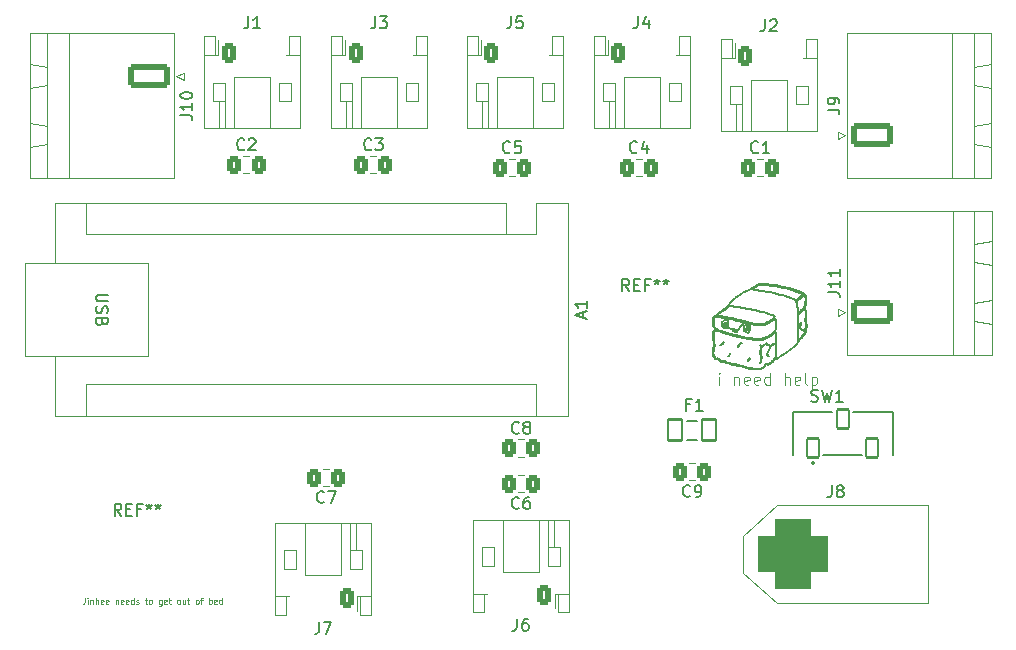
<source format=gto>
%TF.GenerationSoftware,KiCad,Pcbnew,8.0.1*%
%TF.CreationDate,2024-07-20T14:45:51-04:00*%
%TF.ProjectId,musubwi,6d757375-6277-4692-9e6b-696361645f70,rev?*%
%TF.SameCoordinates,Original*%
%TF.FileFunction,Legend,Top*%
%TF.FilePolarity,Positive*%
%FSLAX46Y46*%
G04 Gerber Fmt 4.6, Leading zero omitted, Abs format (unit mm)*
G04 Created by KiCad (PCBNEW 8.0.1) date 2024-07-20 14:45:51*
%MOMM*%
%LPD*%
G01*
G04 APERTURE LIST*
G04 Aperture macros list*
%AMRoundRect*
0 Rectangle with rounded corners*
0 $1 Rounding radius*
0 $2 $3 $4 $5 $6 $7 $8 $9 X,Y pos of 4 corners*
0 Add a 4 corners polygon primitive as box body*
4,1,4,$2,$3,$4,$5,$6,$7,$8,$9,$2,$3,0*
0 Add four circle primitives for the rounded corners*
1,1,$1+$1,$2,$3*
1,1,$1+$1,$4,$5*
1,1,$1+$1,$6,$7*
1,1,$1+$1,$8,$9*
0 Add four rect primitives between the rounded corners*
20,1,$1+$1,$2,$3,$4,$5,0*
20,1,$1+$1,$4,$5,$6,$7,0*
20,1,$1+$1,$6,$7,$8,$9,0*
20,1,$1+$1,$8,$9,$2,$3,0*%
G04 Aperture macros list end*
%ADD10C,0.100000*%
%ADD11C,0.200000*%
%ADD12C,0.150000*%
%ADD13C,0.120000*%
%ADD14C,0.152400*%
%ADD15C,0.127000*%
%ADD16C,6.000000*%
%ADD17RoundRect,0.250000X0.337500X0.475000X-0.337500X0.475000X-0.337500X-0.475000X0.337500X-0.475000X0*%
%ADD18O,1.600000X1.600000*%
%ADD19R,1.600000X1.600000*%
%ADD20O,1.200000X1.750000*%
%ADD21RoundRect,0.250000X-0.350000X-0.625000X0.350000X-0.625000X0.350000X0.625000X-0.350000X0.625000X0*%
%ADD22RoundRect,0.102000X0.500000X-0.800000X0.500000X0.800000X-0.500000X0.800000X-0.500000X-0.800000X0*%
%ADD23RoundRect,0.250000X-0.337500X-0.475000X0.337500X-0.475000X0.337500X0.475000X-0.337500X0.475000X0*%
%ADD24RoundRect,1.500000X-1.500000X-1.500000X1.500000X-1.500000X1.500000X1.500000X-1.500000X1.500000X0*%
%ADD25O,3.600000X2.000000*%
%ADD26RoundRect,0.250000X1.550000X-0.750000X1.550000X0.750000X-1.550000X0.750000X-1.550000X-0.750000X0*%
%ADD27RoundRect,0.250000X0.350000X0.625000X-0.350000X0.625000X-0.350000X-0.625000X0.350000X-0.625000X0*%
%ADD28RoundRect,0.250000X-1.550000X0.750000X-1.550000X-0.750000X1.550000X-0.750000X1.550000X0.750000X0*%
%ADD29RoundRect,0.102000X-0.585000X-0.900000X0.585000X-0.900000X0.585000X0.900000X-0.585000X0.900000X0*%
G04 APERTURE END LIST*
D10*
X219803884Y-90872419D02*
X219803884Y-90205752D01*
X219803884Y-89872419D02*
X219756265Y-89920038D01*
X219756265Y-89920038D02*
X219803884Y-89967657D01*
X219803884Y-89967657D02*
X219851503Y-89920038D01*
X219851503Y-89920038D02*
X219803884Y-89872419D01*
X219803884Y-89872419D02*
X219803884Y-89967657D01*
X221041979Y-90205752D02*
X221041979Y-90872419D01*
X221041979Y-90300990D02*
X221089598Y-90253371D01*
X221089598Y-90253371D02*
X221184836Y-90205752D01*
X221184836Y-90205752D02*
X221327693Y-90205752D01*
X221327693Y-90205752D02*
X221422931Y-90253371D01*
X221422931Y-90253371D02*
X221470550Y-90348609D01*
X221470550Y-90348609D02*
X221470550Y-90872419D01*
X222327693Y-90824800D02*
X222232455Y-90872419D01*
X222232455Y-90872419D02*
X222041979Y-90872419D01*
X222041979Y-90872419D02*
X221946741Y-90824800D01*
X221946741Y-90824800D02*
X221899122Y-90729561D01*
X221899122Y-90729561D02*
X221899122Y-90348609D01*
X221899122Y-90348609D02*
X221946741Y-90253371D01*
X221946741Y-90253371D02*
X222041979Y-90205752D01*
X222041979Y-90205752D02*
X222232455Y-90205752D01*
X222232455Y-90205752D02*
X222327693Y-90253371D01*
X222327693Y-90253371D02*
X222375312Y-90348609D01*
X222375312Y-90348609D02*
X222375312Y-90443847D01*
X222375312Y-90443847D02*
X221899122Y-90539085D01*
X223184836Y-90824800D02*
X223089598Y-90872419D01*
X223089598Y-90872419D02*
X222899122Y-90872419D01*
X222899122Y-90872419D02*
X222803884Y-90824800D01*
X222803884Y-90824800D02*
X222756265Y-90729561D01*
X222756265Y-90729561D02*
X222756265Y-90348609D01*
X222756265Y-90348609D02*
X222803884Y-90253371D01*
X222803884Y-90253371D02*
X222899122Y-90205752D01*
X222899122Y-90205752D02*
X223089598Y-90205752D01*
X223089598Y-90205752D02*
X223184836Y-90253371D01*
X223184836Y-90253371D02*
X223232455Y-90348609D01*
X223232455Y-90348609D02*
X223232455Y-90443847D01*
X223232455Y-90443847D02*
X222756265Y-90539085D01*
X224089598Y-90872419D02*
X224089598Y-89872419D01*
X224089598Y-90824800D02*
X223994360Y-90872419D01*
X223994360Y-90872419D02*
X223803884Y-90872419D01*
X223803884Y-90872419D02*
X223708646Y-90824800D01*
X223708646Y-90824800D02*
X223661027Y-90777180D01*
X223661027Y-90777180D02*
X223613408Y-90681942D01*
X223613408Y-90681942D02*
X223613408Y-90396228D01*
X223613408Y-90396228D02*
X223661027Y-90300990D01*
X223661027Y-90300990D02*
X223708646Y-90253371D01*
X223708646Y-90253371D02*
X223803884Y-90205752D01*
X223803884Y-90205752D02*
X223994360Y-90205752D01*
X223994360Y-90205752D02*
X224089598Y-90253371D01*
X225327694Y-90872419D02*
X225327694Y-89872419D01*
X225756265Y-90872419D02*
X225756265Y-90348609D01*
X225756265Y-90348609D02*
X225708646Y-90253371D01*
X225708646Y-90253371D02*
X225613408Y-90205752D01*
X225613408Y-90205752D02*
X225470551Y-90205752D01*
X225470551Y-90205752D02*
X225375313Y-90253371D01*
X225375313Y-90253371D02*
X225327694Y-90300990D01*
X226613408Y-90824800D02*
X226518170Y-90872419D01*
X226518170Y-90872419D02*
X226327694Y-90872419D01*
X226327694Y-90872419D02*
X226232456Y-90824800D01*
X226232456Y-90824800D02*
X226184837Y-90729561D01*
X226184837Y-90729561D02*
X226184837Y-90348609D01*
X226184837Y-90348609D02*
X226232456Y-90253371D01*
X226232456Y-90253371D02*
X226327694Y-90205752D01*
X226327694Y-90205752D02*
X226518170Y-90205752D01*
X226518170Y-90205752D02*
X226613408Y-90253371D01*
X226613408Y-90253371D02*
X226661027Y-90348609D01*
X226661027Y-90348609D02*
X226661027Y-90443847D01*
X226661027Y-90443847D02*
X226184837Y-90539085D01*
X227232456Y-90872419D02*
X227137218Y-90824800D01*
X227137218Y-90824800D02*
X227089599Y-90729561D01*
X227089599Y-90729561D02*
X227089599Y-89872419D01*
X227613409Y-90205752D02*
X227613409Y-91205752D01*
X227613409Y-90253371D02*
X227708647Y-90205752D01*
X227708647Y-90205752D02*
X227899123Y-90205752D01*
X227899123Y-90205752D02*
X227994361Y-90253371D01*
X227994361Y-90253371D02*
X228041980Y-90300990D01*
X228041980Y-90300990D02*
X228089599Y-90396228D01*
X228089599Y-90396228D02*
X228089599Y-90681942D01*
X228089599Y-90681942D02*
X228041980Y-90777180D01*
X228041980Y-90777180D02*
X227994361Y-90824800D01*
X227994361Y-90824800D02*
X227899123Y-90872419D01*
X227899123Y-90872419D02*
X227708647Y-90872419D01*
X227708647Y-90872419D02*
X227613409Y-90824800D01*
D11*
X219449516Y-88673188D02*
X219449516Y-88673168D01*
X221401717Y-87651948D02*
X221401722Y-87651995D01*
X220568941Y-88445650D02*
X220568951Y-88445648D01*
X219885180Y-87538748D02*
X219885166Y-87538715D01*
X222224491Y-88837171D02*
X222224491Y-88837176D01*
X223904908Y-88443250D02*
X223904908Y-88443260D01*
X224217869Y-87569924D02*
X223847318Y-88270220D01*
X223687059Y-87468105D02*
X224217869Y-87569915D01*
X223293721Y-87781743D02*
X223687029Y-87468115D01*
X223222136Y-89007978D02*
X223222221Y-89007973D01*
X226461393Y-84580586D02*
X226461409Y-84580586D01*
X226273634Y-83706700D02*
X226470193Y-84537686D01*
X226518793Y-83532989D02*
X226518812Y-83532984D01*
X226354788Y-83888853D02*
X226273634Y-83706700D01*
X226727653Y-84594268D02*
X226727646Y-84594276D01*
X220482935Y-85627110D02*
X220482925Y-85627112D01*
X220332224Y-85862538D02*
X220432215Y-85654162D01*
X220450107Y-86055648D02*
X220332236Y-85862539D01*
X220162231Y-86072729D02*
X220162231Y-86072728D01*
X221400950Y-86232956D02*
X220450107Y-86055648D01*
X221119154Y-86442259D02*
X221119154Y-86442261D01*
X221953689Y-85518867D02*
X221400950Y-86232956D01*
X223565931Y-85713070D02*
X223565940Y-85713036D01*
X222263555Y-85687560D02*
X221953689Y-85518867D01*
X223593933Y-86934899D02*
X223593932Y-86934924D01*
X222132288Y-85974999D02*
X222263555Y-85687560D01*
X222195768Y-86221798D02*
X222195758Y-86221824D01*
X222281115Y-85900957D02*
X222132288Y-85974999D01*
X222337435Y-85990347D02*
X222337435Y-85990343D01*
X222367323Y-85863719D02*
X222281115Y-85900957D01*
X222027819Y-86445439D02*
X222027816Y-86445443D01*
X226495245Y-86077099D02*
X226495234Y-86077103D01*
X227182108Y-86447446D02*
X226538814Y-86093953D01*
X227083318Y-86526909D02*
X227182108Y-86447446D01*
X226479455Y-87221309D02*
X226479395Y-87221331D01*
X223739939Y-87453875D02*
X223687059Y-87468105D01*
X223797389Y-87379885D02*
X223739939Y-87453875D01*
X223788089Y-87324945D02*
X223797389Y-87379885D01*
X223717439Y-87409215D02*
X223788089Y-87324945D01*
X223707539Y-87431095D02*
X223717439Y-87409215D01*
X223687029Y-87468115D02*
X223707539Y-87431095D01*
X219937680Y-87526038D02*
X219885180Y-87538748D01*
X219947380Y-87516038D02*
X219937680Y-87526038D01*
X220165866Y-87258336D02*
X220083366Y-87447763D01*
X219947380Y-87516038D01*
X220111526Y-87283016D02*
X220165866Y-87258336D01*
X219929406Y-87480455D02*
X220087452Y-87352919D01*
X220111526Y-87283016D01*
X219885166Y-87538715D02*
X219929406Y-87480455D01*
X224261269Y-87556684D02*
X224217869Y-87569924D01*
X224312889Y-87527744D02*
X224261269Y-87556684D01*
X224364879Y-87505774D02*
X224312889Y-87527744D01*
X224427819Y-87413934D02*
X224364879Y-87505774D01*
X224443079Y-87361534D02*
X224427819Y-87413934D01*
X224362509Y-87404014D02*
X224443079Y-87361534D01*
X224303669Y-87456564D02*
X224362509Y-87404014D01*
X224217869Y-87569915D02*
X224303669Y-87456564D01*
X221448057Y-87623218D02*
X221401717Y-87651948D01*
X221589326Y-87406376D02*
X221462443Y-87571694D01*
X221448057Y-87623218D01*
X221614756Y-87385116D02*
X221589326Y-87406376D01*
X221668016Y-87375916D02*
X221614756Y-87385116D01*
X221698516Y-87357066D02*
X221668016Y-87375916D01*
X221505800Y-87402546D02*
X221698516Y-87357066D01*
X221401722Y-87651995D02*
X221468090Y-87454844D01*
X221505800Y-87402546D01*
X220711291Y-88233200D02*
X220718991Y-88302560D01*
X220686601Y-88313560D02*
X220711291Y-88233200D01*
X220607691Y-88467648D02*
X220568951Y-88445648D01*
X220646421Y-88441518D02*
X220607691Y-88467648D01*
X220663591Y-88428908D02*
X220646421Y-88441518D01*
X220718991Y-88302560D02*
X220663591Y-88428908D01*
X220615421Y-88408780D02*
X220686601Y-88313560D01*
X220568941Y-88445650D02*
X220615421Y-88408780D01*
X224003288Y-88475980D02*
X223904908Y-88443260D01*
X223956028Y-88413040D02*
X224003288Y-88475980D01*
X223886058Y-88318340D02*
X223956028Y-88413040D01*
X223847318Y-88270220D02*
X223886058Y-88318340D01*
X223830208Y-88309260D02*
X223847318Y-88270220D01*
X223841968Y-88371320D02*
X223830208Y-88309260D01*
X223904908Y-88443250D02*
X223841968Y-88371320D01*
X219548946Y-88713868D02*
X219449516Y-88673168D01*
X219521606Y-88644198D02*
X219548946Y-88713868D01*
X219449676Y-88609458D02*
X219521606Y-88644198D01*
X219405116Y-88608158D02*
X219449676Y-88609458D01*
X219449516Y-88673188D02*
X219405116Y-88608158D01*
X222281381Y-88777031D02*
X222224491Y-88837171D01*
X222359111Y-88675636D02*
X222281381Y-88777031D01*
X222370071Y-88615736D02*
X222359111Y-88675636D01*
X222331331Y-88640416D02*
X222370071Y-88615736D01*
X222309231Y-88658926D02*
X222331331Y-88640416D01*
X222224491Y-88837176D02*
X222309231Y-88658926D01*
X223327630Y-88987378D02*
X223222136Y-89007978D01*
X223346910Y-88745262D02*
X223348780Y-88946796D01*
X223327630Y-88987378D01*
X223365180Y-88604221D02*
X223346910Y-88745262D01*
X223367980Y-88379828D02*
X223375117Y-88582695D01*
X223365180Y-88604221D01*
X223338930Y-88225576D02*
X223367980Y-88379828D01*
X223318950Y-88134486D02*
X223338930Y-88225576D01*
X223338540Y-87953446D02*
X223318950Y-88134486D01*
X223356510Y-87798506D02*
X223338540Y-87953446D01*
X223313140Y-87765426D02*
X223356510Y-87798506D01*
X223321540Y-87746996D02*
X223313140Y-87765426D01*
X223270040Y-87480473D02*
X223358984Y-87661706D01*
X223321540Y-87746996D01*
X223270521Y-87539963D02*
X223270040Y-87480473D01*
X223318941Y-87624083D02*
X223270521Y-87539963D01*
X223296521Y-87721283D02*
X223318941Y-87624083D01*
X223293721Y-87781743D02*
X223296521Y-87721283D01*
X223319331Y-87912664D02*
X223293721Y-87781743D01*
X223273231Y-88125002D02*
X223287567Y-87924915D01*
X223319331Y-87912664D01*
X223278831Y-88286786D02*
X223273231Y-88125002D01*
X223306511Y-88379816D02*
X223278831Y-88286786D01*
X223316531Y-88582422D02*
X223306511Y-88379816D01*
X223312831Y-88842793D02*
X223296545Y-88640677D01*
X223316531Y-88582422D01*
X223316031Y-88921873D02*
X223312831Y-88842793D01*
X223307531Y-88932763D02*
X223316031Y-88921873D01*
X223290011Y-88961253D02*
X223307531Y-88932763D01*
X223270511Y-88985653D02*
X223290011Y-88961253D01*
X223252281Y-88995353D02*
X223270511Y-88985653D01*
X223222221Y-89007973D02*
X223252281Y-88995353D01*
X226374998Y-83647010D02*
X226518812Y-83532984D01*
X226273634Y-83706700D02*
X226374998Y-83647010D01*
X222955944Y-82862078D02*
X223248170Y-82909401D01*
X223540846Y-82960449D01*
X223831450Y-83014578D01*
X224117462Y-83071148D01*
X224396359Y-83129517D01*
X224665622Y-83189042D01*
X224922727Y-83249082D01*
X225165155Y-83308995D01*
X225390384Y-83368139D01*
X225595893Y-83425872D01*
X225861666Y-83508422D01*
X226068886Y-83584188D01*
X226261026Y-83689503D01*
X226273634Y-83706700D01*
X222583474Y-82791548D02*
X222794718Y-82835764D01*
X222955944Y-82862078D01*
X223153683Y-82458201D02*
X222950650Y-82557886D01*
X222758292Y-82669022D01*
X222588834Y-82783476D01*
X222583474Y-82791548D01*
X224364893Y-82521431D02*
X224107332Y-82484284D01*
X223889192Y-82455966D01*
X223665029Y-82432625D01*
X223455467Y-82421685D01*
X223251723Y-82434750D01*
X223153683Y-82458201D01*
X226828741Y-83178206D02*
X226626089Y-83088992D01*
X226375091Y-82996947D01*
X226160606Y-82927518D01*
X225927909Y-82858891D01*
X225680852Y-82792091D01*
X225423283Y-82728146D01*
X225159052Y-82668081D01*
X224892010Y-82612922D01*
X224626007Y-82563697D01*
X224364893Y-82521431D01*
X226915141Y-83284889D02*
X226828741Y-83178206D01*
X226737814Y-83381779D02*
X226913746Y-83285015D01*
X226915141Y-83284889D01*
X226565573Y-83464349D02*
X226737814Y-83381779D01*
X226559373Y-83474799D02*
X226565573Y-83464349D01*
X226518793Y-83532989D02*
X226559373Y-83474799D01*
X226469809Y-84636406D02*
X226461409Y-84580586D01*
X226470193Y-84537686D02*
X226469809Y-84636406D01*
X226461393Y-84580586D02*
X226470193Y-84537686D01*
X226449708Y-84822815D02*
X226615463Y-84702035D01*
X226727653Y-84594268D01*
X226436988Y-84656675D02*
X226449708Y-84822815D01*
X226414048Y-84284420D02*
X226430183Y-84485394D01*
X226436988Y-84656675D01*
X226392608Y-83963583D02*
X226403367Y-84166810D01*
X226414048Y-84284420D01*
X226379888Y-83913533D02*
X226392608Y-83963583D01*
X226354788Y-83888853D02*
X226379888Y-83913533D01*
X226450248Y-83717021D02*
X226354788Y-83888853D01*
X226533978Y-83652121D02*
X226450248Y-83717021D01*
X226990859Y-83372829D02*
X226806714Y-83471011D01*
X226620676Y-83587067D01*
X226533978Y-83652121D01*
X227104821Y-83702073D02*
X227099608Y-83501682D01*
X226990859Y-83372829D01*
X226811256Y-84510056D02*
X226959647Y-84348246D01*
X227056653Y-84162173D01*
X227095782Y-83951724D01*
X227104597Y-83742505D01*
X227104821Y-83702073D01*
X226727646Y-84594276D02*
X226811256Y-84510056D01*
X224452022Y-85095448D02*
X224422972Y-85085748D01*
X224481072Y-85071538D02*
X224452022Y-85095448D01*
X224452022Y-85061838D02*
X224481072Y-85071538D01*
X224422972Y-85085748D02*
X224452022Y-85061838D01*
X223135076Y-85761306D02*
X223344433Y-85758178D01*
X223550671Y-85717217D01*
X223565940Y-85713036D01*
X221953689Y-85518867D02*
X222157977Y-85566454D01*
X222371419Y-85613822D01*
X222582800Y-85658669D01*
X222780904Y-85698693D01*
X222985313Y-85737117D01*
X223135076Y-85761306D01*
X219751444Y-85070215D02*
X219986043Y-85097284D01*
X220225633Y-85136130D01*
X220454945Y-85179659D01*
X220652982Y-85220402D01*
X220876277Y-85268683D01*
X221127464Y-85325037D01*
X221409177Y-85390001D01*
X221615245Y-85438359D01*
X221836832Y-85490942D01*
X221953689Y-85518867D01*
X219600254Y-85019845D02*
X219751444Y-85070215D01*
X220629278Y-84230689D02*
X220450854Y-84363588D01*
X220248203Y-84517874D01*
X220067543Y-84656258D01*
X219892114Y-84791285D01*
X219710711Y-84931939D01*
X219600254Y-85019845D01*
X221016619Y-84258209D02*
X220807476Y-84223115D01*
X220629278Y-84230689D01*
X221914955Y-84419353D02*
X221701840Y-84381151D01*
X221481097Y-84341566D01*
X221272474Y-84304140D01*
X221074218Y-84268555D01*
X221016619Y-84258209D01*
X224180847Y-84938503D02*
X223991955Y-84853535D01*
X223780595Y-84797053D01*
X223575644Y-84748283D01*
X223333586Y-84694637D01*
X223056843Y-84636668D01*
X222854274Y-84595896D01*
X222638083Y-84553614D01*
X222408988Y-84509986D01*
X222167706Y-84465178D01*
X221914955Y-84419353D01*
X224215747Y-84945403D02*
X224180847Y-84938503D01*
X224532378Y-85101249D02*
X224359364Y-84983699D01*
X224215747Y-84945403D01*
X224417591Y-85244724D02*
X224532378Y-85101249D01*
X223703966Y-85639880D02*
X223895287Y-85574335D01*
X224072820Y-85470486D01*
X224267173Y-85345757D01*
X224417591Y-85244724D01*
X223693666Y-85647880D02*
X223703966Y-85639880D01*
X223565931Y-85713070D02*
X223693666Y-85647880D01*
X220432215Y-85654162D02*
X220482925Y-85627112D01*
X220415855Y-85541640D02*
X220432215Y-85654162D01*
X220482935Y-85627110D02*
X220415855Y-85541640D01*
X220257766Y-85900959D02*
X220332236Y-85862539D01*
X220185476Y-85659096D02*
X220196887Y-85858786D01*
X220257766Y-85900959D01*
X220355224Y-85677216D02*
X220185476Y-85659096D01*
X220332224Y-85862538D02*
X220355224Y-85677216D01*
X220450107Y-86055648D02*
X220249968Y-86111423D01*
X220162231Y-86072728D01*
X220495997Y-85474834D02*
X220578619Y-85659308D01*
X220566751Y-85871027D01*
X220450107Y-86055648D01*
X220084078Y-85494634D02*
X220252178Y-85375866D01*
X220451514Y-85426782D01*
X220495997Y-85474834D01*
X220016978Y-85735739D02*
X220054899Y-85535017D01*
X220084078Y-85494634D01*
X220162231Y-86072729D02*
X220036477Y-85906823D01*
X220016978Y-85735739D01*
X224590768Y-86178609D02*
X224580968Y-86147759D01*
X224590768Y-86116909D02*
X224590768Y-86178609D01*
X224580968Y-86147759D02*
X224590768Y-86116909D01*
X221400950Y-86232956D02*
X221320624Y-86417463D01*
X221119154Y-86442261D01*
X221277557Y-86258816D02*
X221400950Y-86232956D01*
X221175033Y-86320516D02*
X221277557Y-86258816D01*
X221064640Y-86258816D02*
X221175033Y-86320516D01*
X220956280Y-86247656D02*
X221064640Y-86258816D01*
X221119154Y-86442259D02*
X220970760Y-86300965D01*
X220956280Y-86247656D01*
X222245265Y-86001903D02*
X222337435Y-85990343D01*
X222281115Y-85900957D02*
X222245265Y-86001903D01*
X222337435Y-85990347D02*
X222281115Y-85900957D01*
X222053508Y-86226024D02*
X222195758Y-86221824D01*
X222132288Y-85974999D02*
X222025625Y-86148576D01*
X222053508Y-86226024D01*
X222234498Y-86123078D02*
X222132288Y-85974999D01*
X222195768Y-86221798D02*
X222234498Y-86123078D01*
X222236457Y-86465239D02*
X222036513Y-86450431D01*
X222027819Y-86445439D01*
X222367323Y-85863719D02*
X222439305Y-86054726D01*
X222414186Y-86271029D01*
X222290753Y-86435005D01*
X222236457Y-86465239D01*
X221956166Y-85834679D02*
X222137628Y-85733841D01*
X222322607Y-85810047D01*
X222367323Y-85863719D01*
X222027816Y-86445443D02*
X221894738Y-86292550D01*
X221859498Y-86081381D01*
X221929063Y-85871329D01*
X221956166Y-85834679D01*
X223138807Y-87008224D02*
X223338847Y-87006456D01*
X223536158Y-86958988D01*
X223593932Y-86934924D01*
X222089249Y-86886916D02*
X222311489Y-86926406D01*
X222529391Y-86961407D01*
X222740347Y-86987937D01*
X222961316Y-87003661D01*
X223138807Y-87008224D01*
X220820710Y-86599287D02*
X221051002Y-86660282D01*
X221250418Y-86711025D01*
X221467192Y-86762517D01*
X221680532Y-86808549D01*
X221912816Y-86854194D01*
X222089249Y-86886916D01*
X220278433Y-86454713D02*
X220489655Y-86510727D01*
X220691556Y-86564672D01*
X220820710Y-86599287D01*
X219419144Y-86082596D02*
X219608273Y-86202063D01*
X219816394Y-86295604D01*
X220017478Y-86372927D01*
X220216394Y-86437603D01*
X220278433Y-86454713D01*
X219320484Y-85567810D02*
X219329765Y-85783522D01*
X219371277Y-85990325D01*
X219419144Y-86082596D01*
X219438292Y-85154755D02*
X219335965Y-85340757D01*
X219320654Y-85544897D01*
X219320484Y-85567810D01*
X221488875Y-85505632D02*
X221260247Y-85451654D01*
X221045024Y-85401952D01*
X220843205Y-85356524D01*
X220565603Y-85296395D01*
X220318145Y-85245881D01*
X220100826Y-85204981D01*
X219857937Y-85165401D01*
X219629628Y-85139953D01*
X219438292Y-85154755D01*
X222263555Y-85687560D02*
X222050068Y-85638101D01*
X221843705Y-85589684D01*
X221622908Y-85537503D01*
X221488875Y-85505632D01*
X222776781Y-85806478D02*
X222578126Y-85760063D01*
X222371285Y-85712248D01*
X222263555Y-85687560D01*
X223648296Y-85805889D02*
X223449126Y-85854079D01*
X223233854Y-85865367D01*
X223025914Y-85850881D01*
X222808206Y-85813653D01*
X222776781Y-85806478D01*
X224417940Y-85368202D02*
X224249762Y-85478433D01*
X224057459Y-85599143D01*
X223880279Y-85699902D01*
X223687000Y-85790363D01*
X223648296Y-85805889D01*
X224565725Y-85285772D02*
X224417940Y-85368202D01*
X224615825Y-86117375D02*
X224610285Y-85907985D01*
X224600231Y-85704441D01*
X224585703Y-85476193D01*
X224565725Y-85285772D01*
X224178945Y-86603875D02*
X224362042Y-86489821D01*
X224535292Y-86371427D01*
X224615861Y-86175230D01*
X224615825Y-86117375D01*
X223822597Y-86826970D02*
X223998789Y-86716291D01*
X224178945Y-86603875D01*
X223593933Y-86934899D02*
X223777730Y-86851131D01*
X223822597Y-86826970D01*
X226538814Y-86093953D02*
X226495234Y-86077103D01*
X226677527Y-85826928D02*
X226607153Y-86015660D01*
X226538814Y-86093953D01*
X226707837Y-85776888D02*
X226677527Y-85826928D01*
X226735367Y-85763938D02*
X226707837Y-85776888D01*
X226751847Y-85586538D02*
X226735367Y-85763938D01*
X226727637Y-85629328D02*
X226751847Y-85586538D01*
X226583875Y-85826925D02*
X226718220Y-85670497D01*
X226727637Y-85629328D01*
X226575775Y-85881695D02*
X226583875Y-85826925D01*
X226533935Y-86036719D02*
X226575775Y-85881695D01*
X226495245Y-86077099D02*
X226533935Y-86036719D01*
X226456805Y-84975446D02*
X226447205Y-85937959D01*
X226519625Y-84910636D02*
X226456805Y-84975446D01*
X226435115Y-87283009D02*
X226479455Y-87221309D01*
X226425215Y-87091740D02*
X226435115Y-87283009D01*
X226447205Y-85937959D02*
X226444414Y-86183820D01*
X226441129Y-86418947D01*
X226437524Y-86634098D01*
X226433019Y-86852896D01*
X226426527Y-87067262D01*
X226425215Y-87091740D01*
X222596293Y-89556600D02*
X222596369Y-89556730D01*
X226974765Y-84502992D02*
X226810467Y-84633442D01*
X226654537Y-84777227D01*
X226519625Y-84910636D01*
X227117380Y-84805986D02*
X227109497Y-84599597D01*
X226974765Y-84502992D01*
X227115180Y-84913989D02*
X227117380Y-84805986D01*
X227114988Y-85160462D02*
X227124914Y-84959412D01*
X227115180Y-84913989D01*
X227057938Y-85297670D02*
X227114988Y-85160462D01*
X227119868Y-85631834D02*
X227059695Y-85430403D01*
X227057938Y-85297670D01*
X227132538Y-85960036D02*
X227171119Y-85758501D01*
X227119868Y-85631834D01*
X227102948Y-86062298D02*
X227132538Y-85960036D01*
X227096348Y-86157738D02*
X227102948Y-86062298D01*
X227105948Y-86262412D02*
X227096348Y-86157738D01*
X227083318Y-86526909D02*
X227129285Y-86325133D01*
X227105948Y-86262412D01*
X226965370Y-86593949D02*
X227083318Y-86526909D01*
X226843774Y-86724381D02*
X226965370Y-86593949D01*
X226717985Y-86919521D02*
X226838552Y-86759406D01*
X226843774Y-86724381D01*
X226638975Y-87002971D02*
X226717985Y-86919521D01*
X226630575Y-87023701D02*
X226638975Y-87002971D01*
X226611425Y-87032101D02*
X226630575Y-87023701D01*
X226561245Y-87071611D02*
X226611425Y-87032101D01*
X226521905Y-87123641D02*
X226561245Y-87071611D01*
X226517105Y-87159631D02*
X226521905Y-87123641D01*
X226479395Y-87221331D02*
X226517105Y-87159631D01*
X219480262Y-86231954D02*
X219425872Y-86192174D01*
X219407272Y-86273594D02*
X219480262Y-86231954D01*
X222737962Y-89590100D02*
X222596293Y-89556600D01*
X223146423Y-89592000D02*
X222944301Y-89576488D01*
X222737962Y-89590100D01*
X223265161Y-89569160D02*
X223146423Y-89592000D01*
X223305321Y-89544310D02*
X223265161Y-89569160D01*
X223418572Y-89472390D02*
X223305321Y-89544310D01*
X223512412Y-89442200D02*
X223418572Y-89472390D01*
X223692524Y-89247166D02*
X223589040Y-89421458D01*
X223512412Y-89442200D01*
X223759944Y-89131197D02*
X223692524Y-89247166D01*
X223791734Y-89143117D02*
X223759944Y-89131197D01*
X223946946Y-89232627D02*
X223791734Y-89143117D01*
X224040236Y-89146187D02*
X223946946Y-89232627D01*
X224051376Y-89144787D02*
X224040236Y-89146187D01*
X224102466Y-89118947D02*
X224051376Y-89144787D01*
X224193166Y-89046537D02*
X224102466Y-89118947D01*
X224277796Y-88969447D02*
X224193166Y-89046537D01*
X224317946Y-88928927D02*
X224277796Y-88969447D01*
X224417536Y-88818358D02*
X224317946Y-88928927D01*
X224566524Y-88709445D02*
X224417536Y-88818358D01*
X225435133Y-88163652D02*
X225252456Y-88290669D01*
X225053455Y-88428086D01*
X224867084Y-88554332D01*
X224682797Y-88670129D01*
X224566524Y-88709445D01*
X226316537Y-87550081D02*
X226133448Y-87677422D01*
X225961321Y-87797238D01*
X225788755Y-87917387D01*
X225597241Y-88050750D01*
X225435133Y-88163652D01*
X226411417Y-87433211D02*
X226316537Y-87550081D01*
X226488377Y-87301085D02*
X226411417Y-87433211D01*
X226553277Y-87181666D02*
X226488377Y-87301085D01*
X226567797Y-87134746D02*
X226553277Y-87181666D01*
X226656027Y-87048366D02*
X226567797Y-87134746D01*
X226755987Y-86962106D02*
X226656027Y-87048366D01*
X226876999Y-86747144D02*
X226795534Y-86937536D01*
X226755987Y-86962106D01*
X226877962Y-86701244D02*
X226876999Y-86747144D01*
X226928132Y-86677414D02*
X226877962Y-86701244D01*
X227011252Y-86641264D02*
X226928132Y-86677414D01*
X227182108Y-86447446D02*
X227067479Y-86618091D01*
X227011252Y-86641264D01*
X227171348Y-86306204D02*
X227182108Y-86447446D01*
X227193358Y-85947884D02*
X227152754Y-86154689D01*
X227171348Y-86306204D01*
X227182508Y-85633042D02*
X227227052Y-85828152D01*
X227193358Y-85947884D01*
X227134328Y-85491133D02*
X227182508Y-85633042D01*
X227119808Y-85456603D02*
X227134328Y-85491133D01*
X227099958Y-85357703D02*
X227119808Y-85456603D01*
X227136128Y-85187327D02*
X227099958Y-85357703D01*
X227165538Y-85090887D02*
X227136128Y-85187327D01*
X227172938Y-85057677D02*
X227165538Y-85090887D01*
X227173938Y-84967127D02*
X227172938Y-85057677D01*
X227170938Y-84779322D02*
X227173938Y-84967127D01*
X227074868Y-84468721D02*
X227173270Y-84653021D01*
X227170938Y-84779322D01*
X227055268Y-84359970D02*
X227074868Y-84468721D01*
X227179138Y-83729044D02*
X227168776Y-83931990D01*
X227138969Y-84133101D01*
X227074841Y-84328335D01*
X227055268Y-84359970D01*
X226877385Y-83119278D02*
X227053802Y-83242013D01*
X227161018Y-83431566D01*
X227179288Y-83661592D01*
X227179138Y-83729044D01*
X223600069Y-82355043D02*
X223902347Y-82379016D01*
X224120915Y-82404320D01*
X224349705Y-82436286D01*
X224585788Y-82474229D01*
X224826234Y-82517466D01*
X225068113Y-82565316D01*
X225308496Y-82617093D01*
X225544453Y-82672116D01*
X225773056Y-82729701D01*
X225991375Y-82789165D01*
X226196480Y-82849825D01*
X226472953Y-82941563D01*
X226703217Y-83032149D01*
X226877385Y-83119278D01*
X222723537Y-82609581D02*
X222915571Y-82489574D01*
X223111253Y-82393216D01*
X223319607Y-82351243D01*
X223527014Y-82351549D01*
X223600069Y-82355043D01*
X222367204Y-82815891D02*
X222553116Y-82716350D01*
X222723537Y-82609581D01*
X221159604Y-83534401D02*
X221355188Y-83388643D01*
X221533195Y-83267058D01*
X221718602Y-83148035D01*
X221900568Y-83038025D01*
X222106668Y-82923017D01*
X222294710Y-82834644D01*
X222367204Y-82815891D01*
X220588277Y-84093672D02*
X220730748Y-83925478D01*
X220876817Y-83776247D01*
X221026291Y-83643250D01*
X221159604Y-83534401D01*
X219920115Y-84677927D02*
X220100439Y-84538031D01*
X220266322Y-84405624D01*
X220422349Y-84271299D01*
X220565772Y-84121253D01*
X220588277Y-84093672D01*
X219351988Y-85127026D02*
X219518611Y-84990940D01*
X219689456Y-84856711D01*
X219866612Y-84719191D01*
X219920115Y-84677927D01*
X219281988Y-85889513D02*
X219255486Y-85664163D01*
X219260554Y-85437611D01*
X219299816Y-85226789D01*
X219351988Y-85127026D01*
X219425872Y-86192174D02*
X219312906Y-86015305D01*
X219281988Y-85889513D01*
X219302800Y-86395662D02*
X219407272Y-86273594D01*
X219285840Y-86583391D02*
X219302800Y-86395662D01*
X219281640Y-86853028D02*
X219305095Y-86650172D01*
X219285840Y-86583391D01*
X219284840Y-87109661D02*
X219264135Y-86905393D01*
X219281640Y-86853028D01*
X219312510Y-87261419D02*
X219284840Y-87109661D01*
X219336920Y-87410969D02*
X219312510Y-87261419D01*
X219320800Y-87661719D02*
X219355210Y-87460571D01*
X219336920Y-87410969D01*
X219286910Y-87809797D02*
X219320800Y-87661719D01*
X219281310Y-88122053D02*
X219290881Y-87918335D01*
X219286910Y-87809797D01*
X219250000Y-88250000D02*
X219281310Y-88122053D01*
X219278350Y-88421015D02*
X219250000Y-88250000D01*
X219337760Y-88535440D02*
X219278350Y-88421015D01*
X219394870Y-88523100D02*
X219337760Y-88535440D01*
X219320560Y-88402037D02*
X219394870Y-88523100D01*
X219307250Y-88236380D02*
X219320560Y-88402037D01*
X219337620Y-87837745D02*
X219344135Y-88048170D01*
X219307250Y-88236380D01*
X219366510Y-87692011D02*
X219337620Y-87837745D01*
X219374210Y-87370156D02*
X219405330Y-87576668D01*
X219366510Y-87692011D01*
X219373921Y-87196559D02*
X219374210Y-87370156D01*
X219361391Y-87110179D02*
X219373921Y-87196559D01*
X219297241Y-87029969D02*
X219361391Y-87110179D01*
X219319681Y-86893138D02*
X219297241Y-87029969D01*
X219353331Y-86720380D02*
X219319681Y-86893138D01*
X219344231Y-86380412D02*
X219345296Y-86597693D01*
X219353331Y-86720380D01*
X219385971Y-86360532D02*
X219344231Y-86380412D01*
X219771871Y-86361496D02*
X219566414Y-86313955D01*
X219385971Y-86360532D01*
X222716540Y-87072671D02*
X222449740Y-87035046D01*
X222164772Y-86987487D01*
X221967476Y-86950932D01*
X221766273Y-86910967D01*
X221562829Y-86867996D01*
X221358811Y-86822421D01*
X221155885Y-86774645D01*
X220955720Y-86725070D01*
X220759982Y-86674099D01*
X220478322Y-86595904D01*
X220215999Y-86516833D01*
X219978640Y-86438244D01*
X219771871Y-86361496D01*
X223539678Y-87058091D02*
X223338487Y-87102940D01*
X223119111Y-87108434D01*
X222901884Y-87093516D01*
X222716540Y-87072671D01*
X224534566Y-86476791D02*
X224343777Y-86609090D01*
X224173144Y-86718800D01*
X224001029Y-86822702D01*
X223804546Y-86932698D01*
X223607816Y-87029891D01*
X223539678Y-87058091D01*
X224628796Y-86455501D02*
X224534566Y-86476791D01*
X224585246Y-88571126D02*
X224595897Y-88368324D01*
X224602357Y-88157420D01*
X224609028Y-87899931D01*
X224615503Y-87615668D01*
X224621373Y-87324445D01*
X224626232Y-87046073D01*
X224629670Y-86800364D01*
X224631341Y-86557806D01*
X224628796Y-86455501D01*
X224528346Y-88590976D02*
X224585246Y-88571126D01*
X224481076Y-88612286D02*
X224528346Y-88590976D01*
X224430946Y-88697486D02*
X224481076Y-88612286D01*
X224393356Y-88787226D02*
X224430946Y-88697486D01*
X224380546Y-88813776D02*
X224393356Y-88787226D01*
X224298706Y-88887816D02*
X224380546Y-88813776D01*
X224224936Y-88961166D02*
X224298706Y-88887816D01*
X224219436Y-88985566D02*
X224224936Y-88961166D01*
X224202726Y-88996006D02*
X224219436Y-88985566D01*
X224038816Y-89108931D02*
X224202726Y-88996006D01*
X223826329Y-89121851D02*
X224032140Y-89117207D01*
X224038816Y-89108931D01*
X223706448Y-89088221D02*
X223826329Y-89121851D01*
X223653808Y-89210536D02*
X223706448Y-89088221D01*
X223650808Y-89299696D02*
X223653808Y-89210536D01*
X223589798Y-89351816D02*
X223650808Y-89299696D01*
X223480011Y-89396806D02*
X223589798Y-89351816D01*
X223386151Y-89458036D02*
X223480011Y-89396806D01*
X223354421Y-89472986D02*
X223386151Y-89458036D01*
X223246010Y-89517986D02*
X223354421Y-89472986D01*
X223108111Y-89532666D02*
X223246010Y-89517986D01*
X222822725Y-89509186D02*
X223024708Y-89509747D01*
X223108111Y-89532666D01*
X222689268Y-89524796D02*
X222822725Y-89509186D01*
X222573215Y-89504526D02*
X222689268Y-89524796D01*
X222552625Y-89444166D02*
X222573215Y-89504526D01*
X222491395Y-89434566D02*
X222552625Y-89444166D01*
X222319728Y-89467756D02*
X222491395Y-89434566D01*
X222193625Y-89446736D02*
X222319728Y-89467756D01*
X222082927Y-89412576D02*
X222193625Y-89446736D01*
X221798718Y-89328086D02*
X221998724Y-89358631D01*
X222082927Y-89412576D01*
X221595364Y-89257056D02*
X221789633Y-89328188D01*
X221798718Y-89328086D01*
X221469904Y-89235896D02*
X221595364Y-89257056D01*
X221257848Y-89170636D02*
X221447913Y-89244475D01*
X221469904Y-89235896D01*
X221177188Y-89146176D02*
X221257848Y-89170636D01*
X220997631Y-89143476D02*
X221177188Y-89146176D01*
X220887685Y-89117066D02*
X220997631Y-89143476D01*
X220777989Y-89086326D02*
X220887685Y-89117066D01*
X220527266Y-89007426D02*
X220728026Y-89045300D01*
X220777989Y-89086326D01*
X220351934Y-88939706D02*
X220527266Y-89007426D01*
X220258014Y-88888556D02*
X220351934Y-88939706D01*
X220069833Y-88862546D02*
X220258014Y-88888556D01*
X220015293Y-88834426D02*
X220069833Y-88862546D01*
X219835777Y-88766086D02*
X220015293Y-88834426D01*
X219762827Y-88714466D02*
X219835777Y-88766086D01*
X219676537Y-88663196D02*
X219762827Y-88714466D01*
X219607527Y-88625996D02*
X219676537Y-88663196D01*
X219695057Y-88745632D02*
X219607527Y-88625996D01*
X219842652Y-88851261D02*
X219695057Y-88745632D01*
X219978221Y-88918271D02*
X219842652Y-88851261D01*
X220119044Y-88963531D02*
X219978221Y-88918271D01*
X220218254Y-88968631D02*
X220119044Y-88963531D01*
X220326459Y-89002751D02*
X220218254Y-88968631D01*
X220584316Y-89062691D02*
X220385130Y-89043604D01*
X220326459Y-89002751D01*
X220636676Y-89059891D02*
X220584316Y-89062691D01*
X220686276Y-89084641D02*
X220636676Y-89059891D01*
X220723866Y-89106681D02*
X220686276Y-89084641D01*
X221111206Y-89217501D02*
X220903502Y-89191570D01*
X220723866Y-89106681D01*
X221271604Y-89267631D02*
X221111206Y-89217501D01*
X221438856Y-89300371D02*
X221271604Y-89267631D01*
X221607698Y-89333871D02*
X221438856Y-89300371D01*
X221818194Y-89355931D02*
X221613445Y-89338421D01*
X221607698Y-89333871D01*
X221859454Y-89368271D02*
X221818194Y-89355931D01*
X221928564Y-89405481D02*
X221859454Y-89368271D01*
X222033216Y-89456481D02*
X221928564Y-89405481D01*
X222161388Y-89507531D02*
X222033216Y-89456481D01*
X222313886Y-89534291D02*
X222161388Y-89507531D01*
X222462722Y-89534450D02*
X222313886Y-89534291D01*
X222596369Y-89556730D02*
X222462722Y-89534450D01*
D10*
X166077693Y-108933609D02*
X166077693Y-109290752D01*
X166077693Y-109290752D02*
X166053884Y-109362180D01*
X166053884Y-109362180D02*
X166006265Y-109409800D01*
X166006265Y-109409800D02*
X165934836Y-109433609D01*
X165934836Y-109433609D02*
X165887217Y-109433609D01*
X166315788Y-109433609D02*
X166315788Y-109100276D01*
X166315788Y-108933609D02*
X166291979Y-108957419D01*
X166291979Y-108957419D02*
X166315788Y-108981228D01*
X166315788Y-108981228D02*
X166339598Y-108957419D01*
X166339598Y-108957419D02*
X166315788Y-108933609D01*
X166315788Y-108933609D02*
X166315788Y-108981228D01*
X166553883Y-109100276D02*
X166553883Y-109433609D01*
X166553883Y-109147895D02*
X166577693Y-109124085D01*
X166577693Y-109124085D02*
X166625312Y-109100276D01*
X166625312Y-109100276D02*
X166696740Y-109100276D01*
X166696740Y-109100276D02*
X166744359Y-109124085D01*
X166744359Y-109124085D02*
X166768169Y-109171704D01*
X166768169Y-109171704D02*
X166768169Y-109433609D01*
X167006264Y-109433609D02*
X167006264Y-108933609D01*
X167220550Y-109433609D02*
X167220550Y-109171704D01*
X167220550Y-109171704D02*
X167196740Y-109124085D01*
X167196740Y-109124085D02*
X167149121Y-109100276D01*
X167149121Y-109100276D02*
X167077693Y-109100276D01*
X167077693Y-109100276D02*
X167030074Y-109124085D01*
X167030074Y-109124085D02*
X167006264Y-109147895D01*
X167649121Y-109409800D02*
X167601502Y-109433609D01*
X167601502Y-109433609D02*
X167506264Y-109433609D01*
X167506264Y-109433609D02*
X167458645Y-109409800D01*
X167458645Y-109409800D02*
X167434836Y-109362180D01*
X167434836Y-109362180D02*
X167434836Y-109171704D01*
X167434836Y-109171704D02*
X167458645Y-109124085D01*
X167458645Y-109124085D02*
X167506264Y-109100276D01*
X167506264Y-109100276D02*
X167601502Y-109100276D01*
X167601502Y-109100276D02*
X167649121Y-109124085D01*
X167649121Y-109124085D02*
X167672931Y-109171704D01*
X167672931Y-109171704D02*
X167672931Y-109219323D01*
X167672931Y-109219323D02*
X167434836Y-109266942D01*
X168077692Y-109409800D02*
X168030073Y-109433609D01*
X168030073Y-109433609D02*
X167934835Y-109433609D01*
X167934835Y-109433609D02*
X167887216Y-109409800D01*
X167887216Y-109409800D02*
X167863407Y-109362180D01*
X167863407Y-109362180D02*
X167863407Y-109171704D01*
X167863407Y-109171704D02*
X167887216Y-109124085D01*
X167887216Y-109124085D02*
X167934835Y-109100276D01*
X167934835Y-109100276D02*
X168030073Y-109100276D01*
X168030073Y-109100276D02*
X168077692Y-109124085D01*
X168077692Y-109124085D02*
X168101502Y-109171704D01*
X168101502Y-109171704D02*
X168101502Y-109219323D01*
X168101502Y-109219323D02*
X167863407Y-109266942D01*
X168696739Y-109100276D02*
X168696739Y-109433609D01*
X168696739Y-109147895D02*
X168720549Y-109124085D01*
X168720549Y-109124085D02*
X168768168Y-109100276D01*
X168768168Y-109100276D02*
X168839596Y-109100276D01*
X168839596Y-109100276D02*
X168887215Y-109124085D01*
X168887215Y-109124085D02*
X168911025Y-109171704D01*
X168911025Y-109171704D02*
X168911025Y-109433609D01*
X169339596Y-109409800D02*
X169291977Y-109433609D01*
X169291977Y-109433609D02*
X169196739Y-109433609D01*
X169196739Y-109433609D02*
X169149120Y-109409800D01*
X169149120Y-109409800D02*
X169125311Y-109362180D01*
X169125311Y-109362180D02*
X169125311Y-109171704D01*
X169125311Y-109171704D02*
X169149120Y-109124085D01*
X169149120Y-109124085D02*
X169196739Y-109100276D01*
X169196739Y-109100276D02*
X169291977Y-109100276D01*
X169291977Y-109100276D02*
X169339596Y-109124085D01*
X169339596Y-109124085D02*
X169363406Y-109171704D01*
X169363406Y-109171704D02*
X169363406Y-109219323D01*
X169363406Y-109219323D02*
X169125311Y-109266942D01*
X169768167Y-109409800D02*
X169720548Y-109433609D01*
X169720548Y-109433609D02*
X169625310Y-109433609D01*
X169625310Y-109433609D02*
X169577691Y-109409800D01*
X169577691Y-109409800D02*
X169553882Y-109362180D01*
X169553882Y-109362180D02*
X169553882Y-109171704D01*
X169553882Y-109171704D02*
X169577691Y-109124085D01*
X169577691Y-109124085D02*
X169625310Y-109100276D01*
X169625310Y-109100276D02*
X169720548Y-109100276D01*
X169720548Y-109100276D02*
X169768167Y-109124085D01*
X169768167Y-109124085D02*
X169791977Y-109171704D01*
X169791977Y-109171704D02*
X169791977Y-109219323D01*
X169791977Y-109219323D02*
X169553882Y-109266942D01*
X170220548Y-109433609D02*
X170220548Y-108933609D01*
X170220548Y-109409800D02*
X170172929Y-109433609D01*
X170172929Y-109433609D02*
X170077691Y-109433609D01*
X170077691Y-109433609D02*
X170030072Y-109409800D01*
X170030072Y-109409800D02*
X170006262Y-109385990D01*
X170006262Y-109385990D02*
X169982453Y-109338371D01*
X169982453Y-109338371D02*
X169982453Y-109195514D01*
X169982453Y-109195514D02*
X170006262Y-109147895D01*
X170006262Y-109147895D02*
X170030072Y-109124085D01*
X170030072Y-109124085D02*
X170077691Y-109100276D01*
X170077691Y-109100276D02*
X170172929Y-109100276D01*
X170172929Y-109100276D02*
X170220548Y-109124085D01*
X170434834Y-109409800D02*
X170482453Y-109433609D01*
X170482453Y-109433609D02*
X170577691Y-109433609D01*
X170577691Y-109433609D02*
X170625310Y-109409800D01*
X170625310Y-109409800D02*
X170649119Y-109362180D01*
X170649119Y-109362180D02*
X170649119Y-109338371D01*
X170649119Y-109338371D02*
X170625310Y-109290752D01*
X170625310Y-109290752D02*
X170577691Y-109266942D01*
X170577691Y-109266942D02*
X170506262Y-109266942D01*
X170506262Y-109266942D02*
X170458643Y-109243133D01*
X170458643Y-109243133D02*
X170434834Y-109195514D01*
X170434834Y-109195514D02*
X170434834Y-109171704D01*
X170434834Y-109171704D02*
X170458643Y-109124085D01*
X170458643Y-109124085D02*
X170506262Y-109100276D01*
X170506262Y-109100276D02*
X170577691Y-109100276D01*
X170577691Y-109100276D02*
X170625310Y-109124085D01*
X171172929Y-109100276D02*
X171363405Y-109100276D01*
X171244357Y-108933609D02*
X171244357Y-109362180D01*
X171244357Y-109362180D02*
X171268167Y-109409800D01*
X171268167Y-109409800D02*
X171315786Y-109433609D01*
X171315786Y-109433609D02*
X171363405Y-109433609D01*
X171601500Y-109433609D02*
X171553881Y-109409800D01*
X171553881Y-109409800D02*
X171530071Y-109385990D01*
X171530071Y-109385990D02*
X171506262Y-109338371D01*
X171506262Y-109338371D02*
X171506262Y-109195514D01*
X171506262Y-109195514D02*
X171530071Y-109147895D01*
X171530071Y-109147895D02*
X171553881Y-109124085D01*
X171553881Y-109124085D02*
X171601500Y-109100276D01*
X171601500Y-109100276D02*
X171672928Y-109100276D01*
X171672928Y-109100276D02*
X171720547Y-109124085D01*
X171720547Y-109124085D02*
X171744357Y-109147895D01*
X171744357Y-109147895D02*
X171768166Y-109195514D01*
X171768166Y-109195514D02*
X171768166Y-109338371D01*
X171768166Y-109338371D02*
X171744357Y-109385990D01*
X171744357Y-109385990D02*
X171720547Y-109409800D01*
X171720547Y-109409800D02*
X171672928Y-109433609D01*
X171672928Y-109433609D02*
X171601500Y-109433609D01*
X172577690Y-109100276D02*
X172577690Y-109505038D01*
X172577690Y-109505038D02*
X172553880Y-109552657D01*
X172553880Y-109552657D02*
X172530071Y-109576466D01*
X172530071Y-109576466D02*
X172482452Y-109600276D01*
X172482452Y-109600276D02*
X172411023Y-109600276D01*
X172411023Y-109600276D02*
X172363404Y-109576466D01*
X172577690Y-109409800D02*
X172530071Y-109433609D01*
X172530071Y-109433609D02*
X172434833Y-109433609D01*
X172434833Y-109433609D02*
X172387214Y-109409800D01*
X172387214Y-109409800D02*
X172363404Y-109385990D01*
X172363404Y-109385990D02*
X172339595Y-109338371D01*
X172339595Y-109338371D02*
X172339595Y-109195514D01*
X172339595Y-109195514D02*
X172363404Y-109147895D01*
X172363404Y-109147895D02*
X172387214Y-109124085D01*
X172387214Y-109124085D02*
X172434833Y-109100276D01*
X172434833Y-109100276D02*
X172530071Y-109100276D01*
X172530071Y-109100276D02*
X172577690Y-109124085D01*
X173006261Y-109409800D02*
X172958642Y-109433609D01*
X172958642Y-109433609D02*
X172863404Y-109433609D01*
X172863404Y-109433609D02*
X172815785Y-109409800D01*
X172815785Y-109409800D02*
X172791976Y-109362180D01*
X172791976Y-109362180D02*
X172791976Y-109171704D01*
X172791976Y-109171704D02*
X172815785Y-109124085D01*
X172815785Y-109124085D02*
X172863404Y-109100276D01*
X172863404Y-109100276D02*
X172958642Y-109100276D01*
X172958642Y-109100276D02*
X173006261Y-109124085D01*
X173006261Y-109124085D02*
X173030071Y-109171704D01*
X173030071Y-109171704D02*
X173030071Y-109219323D01*
X173030071Y-109219323D02*
X172791976Y-109266942D01*
X173172928Y-109100276D02*
X173363404Y-109100276D01*
X173244356Y-108933609D02*
X173244356Y-109362180D01*
X173244356Y-109362180D02*
X173268166Y-109409800D01*
X173268166Y-109409800D02*
X173315785Y-109433609D01*
X173315785Y-109433609D02*
X173363404Y-109433609D01*
X173982451Y-109433609D02*
X173934832Y-109409800D01*
X173934832Y-109409800D02*
X173911022Y-109385990D01*
X173911022Y-109385990D02*
X173887213Y-109338371D01*
X173887213Y-109338371D02*
X173887213Y-109195514D01*
X173887213Y-109195514D02*
X173911022Y-109147895D01*
X173911022Y-109147895D02*
X173934832Y-109124085D01*
X173934832Y-109124085D02*
X173982451Y-109100276D01*
X173982451Y-109100276D02*
X174053879Y-109100276D01*
X174053879Y-109100276D02*
X174101498Y-109124085D01*
X174101498Y-109124085D02*
X174125308Y-109147895D01*
X174125308Y-109147895D02*
X174149117Y-109195514D01*
X174149117Y-109195514D02*
X174149117Y-109338371D01*
X174149117Y-109338371D02*
X174125308Y-109385990D01*
X174125308Y-109385990D02*
X174101498Y-109409800D01*
X174101498Y-109409800D02*
X174053879Y-109433609D01*
X174053879Y-109433609D02*
X173982451Y-109433609D01*
X174577689Y-109100276D02*
X174577689Y-109433609D01*
X174363403Y-109100276D02*
X174363403Y-109362180D01*
X174363403Y-109362180D02*
X174387213Y-109409800D01*
X174387213Y-109409800D02*
X174434832Y-109433609D01*
X174434832Y-109433609D02*
X174506260Y-109433609D01*
X174506260Y-109433609D02*
X174553879Y-109409800D01*
X174553879Y-109409800D02*
X174577689Y-109385990D01*
X174744356Y-109100276D02*
X174934832Y-109100276D01*
X174815784Y-108933609D02*
X174815784Y-109362180D01*
X174815784Y-109362180D02*
X174839594Y-109409800D01*
X174839594Y-109409800D02*
X174887213Y-109433609D01*
X174887213Y-109433609D02*
X174934832Y-109433609D01*
X175553879Y-109433609D02*
X175506260Y-109409800D01*
X175506260Y-109409800D02*
X175482450Y-109385990D01*
X175482450Y-109385990D02*
X175458641Y-109338371D01*
X175458641Y-109338371D02*
X175458641Y-109195514D01*
X175458641Y-109195514D02*
X175482450Y-109147895D01*
X175482450Y-109147895D02*
X175506260Y-109124085D01*
X175506260Y-109124085D02*
X175553879Y-109100276D01*
X175553879Y-109100276D02*
X175625307Y-109100276D01*
X175625307Y-109100276D02*
X175672926Y-109124085D01*
X175672926Y-109124085D02*
X175696736Y-109147895D01*
X175696736Y-109147895D02*
X175720545Y-109195514D01*
X175720545Y-109195514D02*
X175720545Y-109338371D01*
X175720545Y-109338371D02*
X175696736Y-109385990D01*
X175696736Y-109385990D02*
X175672926Y-109409800D01*
X175672926Y-109409800D02*
X175625307Y-109433609D01*
X175625307Y-109433609D02*
X175553879Y-109433609D01*
X175863403Y-109100276D02*
X176053879Y-109100276D01*
X175934831Y-109433609D02*
X175934831Y-109005038D01*
X175934831Y-109005038D02*
X175958641Y-108957419D01*
X175958641Y-108957419D02*
X176006260Y-108933609D01*
X176006260Y-108933609D02*
X176053879Y-108933609D01*
X176601497Y-109433609D02*
X176601497Y-108933609D01*
X176601497Y-109124085D02*
X176649116Y-109100276D01*
X176649116Y-109100276D02*
X176744354Y-109100276D01*
X176744354Y-109100276D02*
X176791973Y-109124085D01*
X176791973Y-109124085D02*
X176815783Y-109147895D01*
X176815783Y-109147895D02*
X176839592Y-109195514D01*
X176839592Y-109195514D02*
X176839592Y-109338371D01*
X176839592Y-109338371D02*
X176815783Y-109385990D01*
X176815783Y-109385990D02*
X176791973Y-109409800D01*
X176791973Y-109409800D02*
X176744354Y-109433609D01*
X176744354Y-109433609D02*
X176649116Y-109433609D01*
X176649116Y-109433609D02*
X176601497Y-109409800D01*
X177244354Y-109409800D02*
X177196735Y-109433609D01*
X177196735Y-109433609D02*
X177101497Y-109433609D01*
X177101497Y-109433609D02*
X177053878Y-109409800D01*
X177053878Y-109409800D02*
X177030069Y-109362180D01*
X177030069Y-109362180D02*
X177030069Y-109171704D01*
X177030069Y-109171704D02*
X177053878Y-109124085D01*
X177053878Y-109124085D02*
X177101497Y-109100276D01*
X177101497Y-109100276D02*
X177196735Y-109100276D01*
X177196735Y-109100276D02*
X177244354Y-109124085D01*
X177244354Y-109124085D02*
X177268164Y-109171704D01*
X177268164Y-109171704D02*
X177268164Y-109219323D01*
X177268164Y-109219323D02*
X177030069Y-109266942D01*
X177696735Y-109433609D02*
X177696735Y-108933609D01*
X177696735Y-109409800D02*
X177649116Y-109433609D01*
X177649116Y-109433609D02*
X177553878Y-109433609D01*
X177553878Y-109433609D02*
X177506259Y-109409800D01*
X177506259Y-109409800D02*
X177482449Y-109385990D01*
X177482449Y-109385990D02*
X177458640Y-109338371D01*
X177458640Y-109338371D02*
X177458640Y-109195514D01*
X177458640Y-109195514D02*
X177482449Y-109147895D01*
X177482449Y-109147895D02*
X177506259Y-109124085D01*
X177506259Y-109124085D02*
X177553878Y-109100276D01*
X177553878Y-109100276D02*
X177649116Y-109100276D01*
X177649116Y-109100276D02*
X177696735Y-109124085D01*
D12*
X212166666Y-82954819D02*
X211833333Y-82478628D01*
X211595238Y-82954819D02*
X211595238Y-81954819D01*
X211595238Y-81954819D02*
X211976190Y-81954819D01*
X211976190Y-81954819D02*
X212071428Y-82002438D01*
X212071428Y-82002438D02*
X212119047Y-82050057D01*
X212119047Y-82050057D02*
X212166666Y-82145295D01*
X212166666Y-82145295D02*
X212166666Y-82288152D01*
X212166666Y-82288152D02*
X212119047Y-82383390D01*
X212119047Y-82383390D02*
X212071428Y-82431009D01*
X212071428Y-82431009D02*
X211976190Y-82478628D01*
X211976190Y-82478628D02*
X211595238Y-82478628D01*
X212595238Y-82431009D02*
X212928571Y-82431009D01*
X213071428Y-82954819D02*
X212595238Y-82954819D01*
X212595238Y-82954819D02*
X212595238Y-81954819D01*
X212595238Y-81954819D02*
X213071428Y-81954819D01*
X213833333Y-82431009D02*
X213500000Y-82431009D01*
X213500000Y-82954819D02*
X213500000Y-81954819D01*
X213500000Y-81954819D02*
X213976190Y-81954819D01*
X214500000Y-81954819D02*
X214500000Y-82192914D01*
X214261905Y-82097676D02*
X214500000Y-82192914D01*
X214500000Y-82192914D02*
X214738095Y-82097676D01*
X214357143Y-82383390D02*
X214500000Y-82192914D01*
X214500000Y-82192914D02*
X214642857Y-82383390D01*
X215261905Y-81954819D02*
X215261905Y-82192914D01*
X215023810Y-82097676D02*
X215261905Y-82192914D01*
X215261905Y-82192914D02*
X215500000Y-82097676D01*
X215119048Y-82383390D02*
X215261905Y-82192914D01*
X215261905Y-82192914D02*
X215404762Y-82383390D01*
X169166666Y-101954819D02*
X168833333Y-101478628D01*
X168595238Y-101954819D02*
X168595238Y-100954819D01*
X168595238Y-100954819D02*
X168976190Y-100954819D01*
X168976190Y-100954819D02*
X169071428Y-101002438D01*
X169071428Y-101002438D02*
X169119047Y-101050057D01*
X169119047Y-101050057D02*
X169166666Y-101145295D01*
X169166666Y-101145295D02*
X169166666Y-101288152D01*
X169166666Y-101288152D02*
X169119047Y-101383390D01*
X169119047Y-101383390D02*
X169071428Y-101431009D01*
X169071428Y-101431009D02*
X168976190Y-101478628D01*
X168976190Y-101478628D02*
X168595238Y-101478628D01*
X169595238Y-101431009D02*
X169928571Y-101431009D01*
X170071428Y-101954819D02*
X169595238Y-101954819D01*
X169595238Y-101954819D02*
X169595238Y-100954819D01*
X169595238Y-100954819D02*
X170071428Y-100954819D01*
X170833333Y-101431009D02*
X170500000Y-101431009D01*
X170500000Y-101954819D02*
X170500000Y-100954819D01*
X170500000Y-100954819D02*
X170976190Y-100954819D01*
X171500000Y-100954819D02*
X171500000Y-101192914D01*
X171261905Y-101097676D02*
X171500000Y-101192914D01*
X171500000Y-101192914D02*
X171738095Y-101097676D01*
X171357143Y-101383390D02*
X171500000Y-101192914D01*
X171500000Y-101192914D02*
X171642857Y-101383390D01*
X172261905Y-100954819D02*
X172261905Y-101192914D01*
X172023810Y-101097676D02*
X172261905Y-101192914D01*
X172261905Y-101192914D02*
X172500000Y-101097676D01*
X172119048Y-101383390D02*
X172261905Y-101192914D01*
X172261905Y-101192914D02*
X172404762Y-101383390D01*
X186333333Y-100789580D02*
X186285714Y-100837200D01*
X186285714Y-100837200D02*
X186142857Y-100884819D01*
X186142857Y-100884819D02*
X186047619Y-100884819D01*
X186047619Y-100884819D02*
X185904762Y-100837200D01*
X185904762Y-100837200D02*
X185809524Y-100741961D01*
X185809524Y-100741961D02*
X185761905Y-100646723D01*
X185761905Y-100646723D02*
X185714286Y-100456247D01*
X185714286Y-100456247D02*
X185714286Y-100313390D01*
X185714286Y-100313390D02*
X185761905Y-100122914D01*
X185761905Y-100122914D02*
X185809524Y-100027676D01*
X185809524Y-100027676D02*
X185904762Y-99932438D01*
X185904762Y-99932438D02*
X186047619Y-99884819D01*
X186047619Y-99884819D02*
X186142857Y-99884819D01*
X186142857Y-99884819D02*
X186285714Y-99932438D01*
X186285714Y-99932438D02*
X186333333Y-99980057D01*
X186666667Y-99884819D02*
X187333333Y-99884819D01*
X187333333Y-99884819D02*
X186904762Y-100884819D01*
X208299104Y-85224285D02*
X208299104Y-84748095D01*
X208584819Y-85319523D02*
X207584819Y-84986190D01*
X207584819Y-84986190D02*
X208584819Y-84652857D01*
X208584819Y-83795714D02*
X208584819Y-84367142D01*
X208584819Y-84081428D02*
X207584819Y-84081428D01*
X207584819Y-84081428D02*
X207727676Y-84176666D01*
X207727676Y-84176666D02*
X207822914Y-84271904D01*
X207822914Y-84271904D02*
X207870533Y-84367142D01*
X168035180Y-83248095D02*
X167225657Y-83248095D01*
X167225657Y-83248095D02*
X167130419Y-83295714D01*
X167130419Y-83295714D02*
X167082800Y-83343333D01*
X167082800Y-83343333D02*
X167035180Y-83438571D01*
X167035180Y-83438571D02*
X167035180Y-83629047D01*
X167035180Y-83629047D02*
X167082800Y-83724285D01*
X167082800Y-83724285D02*
X167130419Y-83771904D01*
X167130419Y-83771904D02*
X167225657Y-83819523D01*
X167225657Y-83819523D02*
X168035180Y-83819523D01*
X167082800Y-84248095D02*
X167035180Y-84390952D01*
X167035180Y-84390952D02*
X167035180Y-84629047D01*
X167035180Y-84629047D02*
X167082800Y-84724285D01*
X167082800Y-84724285D02*
X167130419Y-84771904D01*
X167130419Y-84771904D02*
X167225657Y-84819523D01*
X167225657Y-84819523D02*
X167320895Y-84819523D01*
X167320895Y-84819523D02*
X167416133Y-84771904D01*
X167416133Y-84771904D02*
X167463752Y-84724285D01*
X167463752Y-84724285D02*
X167511371Y-84629047D01*
X167511371Y-84629047D02*
X167558990Y-84438571D01*
X167558990Y-84438571D02*
X167606609Y-84343333D01*
X167606609Y-84343333D02*
X167654228Y-84295714D01*
X167654228Y-84295714D02*
X167749466Y-84248095D01*
X167749466Y-84248095D02*
X167844704Y-84248095D01*
X167844704Y-84248095D02*
X167939942Y-84295714D01*
X167939942Y-84295714D02*
X167987561Y-84343333D01*
X167987561Y-84343333D02*
X168035180Y-84438571D01*
X168035180Y-84438571D02*
X168035180Y-84676666D01*
X168035180Y-84676666D02*
X167987561Y-84819523D01*
X167558990Y-85581428D02*
X167511371Y-85724285D01*
X167511371Y-85724285D02*
X167463752Y-85771904D01*
X167463752Y-85771904D02*
X167368514Y-85819523D01*
X167368514Y-85819523D02*
X167225657Y-85819523D01*
X167225657Y-85819523D02*
X167130419Y-85771904D01*
X167130419Y-85771904D02*
X167082800Y-85724285D01*
X167082800Y-85724285D02*
X167035180Y-85629047D01*
X167035180Y-85629047D02*
X167035180Y-85248095D01*
X167035180Y-85248095D02*
X168035180Y-85248095D01*
X168035180Y-85248095D02*
X168035180Y-85581428D01*
X168035180Y-85581428D02*
X167987561Y-85676666D01*
X167987561Y-85676666D02*
X167939942Y-85724285D01*
X167939942Y-85724285D02*
X167844704Y-85771904D01*
X167844704Y-85771904D02*
X167749466Y-85771904D01*
X167749466Y-85771904D02*
X167654228Y-85724285D01*
X167654228Y-85724285D02*
X167606609Y-85676666D01*
X167606609Y-85676666D02*
X167558990Y-85581428D01*
X167558990Y-85581428D02*
X167558990Y-85248095D01*
X212916666Y-59704819D02*
X212916666Y-60419104D01*
X212916666Y-60419104D02*
X212869047Y-60561961D01*
X212869047Y-60561961D02*
X212773809Y-60657200D01*
X212773809Y-60657200D02*
X212630952Y-60704819D01*
X212630952Y-60704819D02*
X212535714Y-60704819D01*
X213821428Y-60038152D02*
X213821428Y-60704819D01*
X213583333Y-59657200D02*
X213345238Y-60371485D01*
X213345238Y-60371485D02*
X213964285Y-60371485D01*
X227588986Y-92269447D02*
X227731989Y-92317114D01*
X227731989Y-92317114D02*
X227970326Y-92317114D01*
X227970326Y-92317114D02*
X228065661Y-92269447D01*
X228065661Y-92269447D02*
X228113328Y-92221779D01*
X228113328Y-92221779D02*
X228160995Y-92126444D01*
X228160995Y-92126444D02*
X228160995Y-92031109D01*
X228160995Y-92031109D02*
X228113328Y-91935775D01*
X228113328Y-91935775D02*
X228065661Y-91888107D01*
X228065661Y-91888107D02*
X227970326Y-91840440D01*
X227970326Y-91840440D02*
X227779656Y-91792772D01*
X227779656Y-91792772D02*
X227684321Y-91745105D01*
X227684321Y-91745105D02*
X227636654Y-91697437D01*
X227636654Y-91697437D02*
X227588986Y-91602103D01*
X227588986Y-91602103D02*
X227588986Y-91506768D01*
X227588986Y-91506768D02*
X227636654Y-91411433D01*
X227636654Y-91411433D02*
X227684321Y-91363765D01*
X227684321Y-91363765D02*
X227779656Y-91316098D01*
X227779656Y-91316098D02*
X228017993Y-91316098D01*
X228017993Y-91316098D02*
X228160995Y-91363765D01*
X228494668Y-91316098D02*
X228733005Y-92317114D01*
X228733005Y-92317114D02*
X228923675Y-91602103D01*
X228923675Y-91602103D02*
X229114344Y-92317114D01*
X229114344Y-92317114D02*
X229352682Y-91316098D01*
X230258362Y-92317114D02*
X229686353Y-92317114D01*
X229972358Y-92317114D02*
X229972358Y-91316098D01*
X229972358Y-91316098D02*
X229877023Y-91459100D01*
X229877023Y-91459100D02*
X229781688Y-91554435D01*
X229781688Y-91554435D02*
X229686353Y-91602103D01*
X202833333Y-94929580D02*
X202785714Y-94977200D01*
X202785714Y-94977200D02*
X202642857Y-95024819D01*
X202642857Y-95024819D02*
X202547619Y-95024819D01*
X202547619Y-95024819D02*
X202404762Y-94977200D01*
X202404762Y-94977200D02*
X202309524Y-94881961D01*
X202309524Y-94881961D02*
X202261905Y-94786723D01*
X202261905Y-94786723D02*
X202214286Y-94596247D01*
X202214286Y-94596247D02*
X202214286Y-94453390D01*
X202214286Y-94453390D02*
X202261905Y-94262914D01*
X202261905Y-94262914D02*
X202309524Y-94167676D01*
X202309524Y-94167676D02*
X202404762Y-94072438D01*
X202404762Y-94072438D02*
X202547619Y-94024819D01*
X202547619Y-94024819D02*
X202642857Y-94024819D01*
X202642857Y-94024819D02*
X202785714Y-94072438D01*
X202785714Y-94072438D02*
X202833333Y-94120057D01*
X203404762Y-94453390D02*
X203309524Y-94405771D01*
X203309524Y-94405771D02*
X203261905Y-94358152D01*
X203261905Y-94358152D02*
X203214286Y-94262914D01*
X203214286Y-94262914D02*
X203214286Y-94215295D01*
X203214286Y-94215295D02*
X203261905Y-94120057D01*
X203261905Y-94120057D02*
X203309524Y-94072438D01*
X203309524Y-94072438D02*
X203404762Y-94024819D01*
X203404762Y-94024819D02*
X203595238Y-94024819D01*
X203595238Y-94024819D02*
X203690476Y-94072438D01*
X203690476Y-94072438D02*
X203738095Y-94120057D01*
X203738095Y-94120057D02*
X203785714Y-94215295D01*
X203785714Y-94215295D02*
X203785714Y-94262914D01*
X203785714Y-94262914D02*
X203738095Y-94358152D01*
X203738095Y-94358152D02*
X203690476Y-94405771D01*
X203690476Y-94405771D02*
X203595238Y-94453390D01*
X203595238Y-94453390D02*
X203404762Y-94453390D01*
X203404762Y-94453390D02*
X203309524Y-94501009D01*
X203309524Y-94501009D02*
X203261905Y-94548628D01*
X203261905Y-94548628D02*
X203214286Y-94643866D01*
X203214286Y-94643866D02*
X203214286Y-94834342D01*
X203214286Y-94834342D02*
X203261905Y-94929580D01*
X203261905Y-94929580D02*
X203309524Y-94977200D01*
X203309524Y-94977200D02*
X203404762Y-95024819D01*
X203404762Y-95024819D02*
X203595238Y-95024819D01*
X203595238Y-95024819D02*
X203690476Y-94977200D01*
X203690476Y-94977200D02*
X203738095Y-94929580D01*
X203738095Y-94929580D02*
X203785714Y-94834342D01*
X203785714Y-94834342D02*
X203785714Y-94643866D01*
X203785714Y-94643866D02*
X203738095Y-94548628D01*
X203738095Y-94548628D02*
X203690476Y-94501009D01*
X203690476Y-94501009D02*
X203595238Y-94453390D01*
X179916666Y-59704819D02*
X179916666Y-60419104D01*
X179916666Y-60419104D02*
X179869047Y-60561961D01*
X179869047Y-60561961D02*
X179773809Y-60657200D01*
X179773809Y-60657200D02*
X179630952Y-60704819D01*
X179630952Y-60704819D02*
X179535714Y-60704819D01*
X180916666Y-60704819D02*
X180345238Y-60704819D01*
X180630952Y-60704819D02*
X180630952Y-59704819D01*
X180630952Y-59704819D02*
X180535714Y-59847676D01*
X180535714Y-59847676D02*
X180440476Y-59942914D01*
X180440476Y-59942914D02*
X180345238Y-59990533D01*
X229316666Y-99404819D02*
X229316666Y-100119104D01*
X229316666Y-100119104D02*
X229269047Y-100261961D01*
X229269047Y-100261961D02*
X229173809Y-100357200D01*
X229173809Y-100357200D02*
X229030952Y-100404819D01*
X229030952Y-100404819D02*
X228935714Y-100404819D01*
X229935714Y-99833390D02*
X229840476Y-99785771D01*
X229840476Y-99785771D02*
X229792857Y-99738152D01*
X229792857Y-99738152D02*
X229745238Y-99642914D01*
X229745238Y-99642914D02*
X229745238Y-99595295D01*
X229745238Y-99595295D02*
X229792857Y-99500057D01*
X229792857Y-99500057D02*
X229840476Y-99452438D01*
X229840476Y-99452438D02*
X229935714Y-99404819D01*
X229935714Y-99404819D02*
X230126190Y-99404819D01*
X230126190Y-99404819D02*
X230221428Y-99452438D01*
X230221428Y-99452438D02*
X230269047Y-99500057D01*
X230269047Y-99500057D02*
X230316666Y-99595295D01*
X230316666Y-99595295D02*
X230316666Y-99642914D01*
X230316666Y-99642914D02*
X230269047Y-99738152D01*
X230269047Y-99738152D02*
X230221428Y-99785771D01*
X230221428Y-99785771D02*
X230126190Y-99833390D01*
X230126190Y-99833390D02*
X229935714Y-99833390D01*
X229935714Y-99833390D02*
X229840476Y-99881009D01*
X229840476Y-99881009D02*
X229792857Y-99928628D01*
X229792857Y-99928628D02*
X229745238Y-100023866D01*
X229745238Y-100023866D02*
X229745238Y-100214342D01*
X229745238Y-100214342D02*
X229792857Y-100309580D01*
X229792857Y-100309580D02*
X229840476Y-100357200D01*
X229840476Y-100357200D02*
X229935714Y-100404819D01*
X229935714Y-100404819D02*
X230126190Y-100404819D01*
X230126190Y-100404819D02*
X230221428Y-100357200D01*
X230221428Y-100357200D02*
X230269047Y-100309580D01*
X230269047Y-100309580D02*
X230316666Y-100214342D01*
X230316666Y-100214342D02*
X230316666Y-100023866D01*
X230316666Y-100023866D02*
X230269047Y-99928628D01*
X230269047Y-99928628D02*
X230221428Y-99881009D01*
X230221428Y-99881009D02*
X230126190Y-99833390D01*
X217333333Y-100289580D02*
X217285714Y-100337200D01*
X217285714Y-100337200D02*
X217142857Y-100384819D01*
X217142857Y-100384819D02*
X217047619Y-100384819D01*
X217047619Y-100384819D02*
X216904762Y-100337200D01*
X216904762Y-100337200D02*
X216809524Y-100241961D01*
X216809524Y-100241961D02*
X216761905Y-100146723D01*
X216761905Y-100146723D02*
X216714286Y-99956247D01*
X216714286Y-99956247D02*
X216714286Y-99813390D01*
X216714286Y-99813390D02*
X216761905Y-99622914D01*
X216761905Y-99622914D02*
X216809524Y-99527676D01*
X216809524Y-99527676D02*
X216904762Y-99432438D01*
X216904762Y-99432438D02*
X217047619Y-99384819D01*
X217047619Y-99384819D02*
X217142857Y-99384819D01*
X217142857Y-99384819D02*
X217285714Y-99432438D01*
X217285714Y-99432438D02*
X217333333Y-99480057D01*
X217809524Y-100384819D02*
X218000000Y-100384819D01*
X218000000Y-100384819D02*
X218095238Y-100337200D01*
X218095238Y-100337200D02*
X218142857Y-100289580D01*
X218142857Y-100289580D02*
X218238095Y-100146723D01*
X218238095Y-100146723D02*
X218285714Y-99956247D01*
X218285714Y-99956247D02*
X218285714Y-99575295D01*
X218285714Y-99575295D02*
X218238095Y-99480057D01*
X218238095Y-99480057D02*
X218190476Y-99432438D01*
X218190476Y-99432438D02*
X218095238Y-99384819D01*
X218095238Y-99384819D02*
X217904762Y-99384819D01*
X217904762Y-99384819D02*
X217809524Y-99432438D01*
X217809524Y-99432438D02*
X217761905Y-99480057D01*
X217761905Y-99480057D02*
X217714286Y-99575295D01*
X217714286Y-99575295D02*
X217714286Y-99813390D01*
X217714286Y-99813390D02*
X217761905Y-99908628D01*
X217761905Y-99908628D02*
X217809524Y-99956247D01*
X217809524Y-99956247D02*
X217904762Y-100003866D01*
X217904762Y-100003866D02*
X218095238Y-100003866D01*
X218095238Y-100003866D02*
X218190476Y-99956247D01*
X218190476Y-99956247D02*
X218238095Y-99908628D01*
X218238095Y-99908628D02*
X218285714Y-99813390D01*
X229004819Y-83059523D02*
X229719104Y-83059523D01*
X229719104Y-83059523D02*
X229861961Y-83107142D01*
X229861961Y-83107142D02*
X229957200Y-83202380D01*
X229957200Y-83202380D02*
X230004819Y-83345237D01*
X230004819Y-83345237D02*
X230004819Y-83440475D01*
X230004819Y-82059523D02*
X230004819Y-82630951D01*
X230004819Y-82345237D02*
X229004819Y-82345237D01*
X229004819Y-82345237D02*
X229147676Y-82440475D01*
X229147676Y-82440475D02*
X229242914Y-82535713D01*
X229242914Y-82535713D02*
X229290533Y-82630951D01*
X230004819Y-81107142D02*
X230004819Y-81678570D01*
X230004819Y-81392856D02*
X229004819Y-81392856D01*
X229004819Y-81392856D02*
X229147676Y-81488094D01*
X229147676Y-81488094D02*
X229242914Y-81583332D01*
X229242914Y-81583332D02*
X229290533Y-81678570D01*
X202666666Y-110704819D02*
X202666666Y-111419104D01*
X202666666Y-111419104D02*
X202619047Y-111561961D01*
X202619047Y-111561961D02*
X202523809Y-111657200D01*
X202523809Y-111657200D02*
X202380952Y-111704819D01*
X202380952Y-111704819D02*
X202285714Y-111704819D01*
X203571428Y-110704819D02*
X203380952Y-110704819D01*
X203380952Y-110704819D02*
X203285714Y-110752438D01*
X203285714Y-110752438D02*
X203238095Y-110800057D01*
X203238095Y-110800057D02*
X203142857Y-110942914D01*
X203142857Y-110942914D02*
X203095238Y-111133390D01*
X203095238Y-111133390D02*
X203095238Y-111514342D01*
X203095238Y-111514342D02*
X203142857Y-111609580D01*
X203142857Y-111609580D02*
X203190476Y-111657200D01*
X203190476Y-111657200D02*
X203285714Y-111704819D01*
X203285714Y-111704819D02*
X203476190Y-111704819D01*
X203476190Y-111704819D02*
X203571428Y-111657200D01*
X203571428Y-111657200D02*
X203619047Y-111609580D01*
X203619047Y-111609580D02*
X203666666Y-111514342D01*
X203666666Y-111514342D02*
X203666666Y-111276247D01*
X203666666Y-111276247D02*
X203619047Y-111181009D01*
X203619047Y-111181009D02*
X203571428Y-111133390D01*
X203571428Y-111133390D02*
X203476190Y-111085771D01*
X203476190Y-111085771D02*
X203285714Y-111085771D01*
X203285714Y-111085771D02*
X203190476Y-111133390D01*
X203190476Y-111133390D02*
X203142857Y-111181009D01*
X203142857Y-111181009D02*
X203095238Y-111276247D01*
X174182319Y-68059523D02*
X174896604Y-68059523D01*
X174896604Y-68059523D02*
X175039461Y-68107142D01*
X175039461Y-68107142D02*
X175134700Y-68202380D01*
X175134700Y-68202380D02*
X175182319Y-68345237D01*
X175182319Y-68345237D02*
X175182319Y-68440475D01*
X175182319Y-67059523D02*
X175182319Y-67630951D01*
X175182319Y-67345237D02*
X174182319Y-67345237D01*
X174182319Y-67345237D02*
X174325176Y-67440475D01*
X174325176Y-67440475D02*
X174420414Y-67535713D01*
X174420414Y-67535713D02*
X174468033Y-67630951D01*
X174182319Y-66440475D02*
X174182319Y-66345237D01*
X174182319Y-66345237D02*
X174229938Y-66249999D01*
X174229938Y-66249999D02*
X174277557Y-66202380D01*
X174277557Y-66202380D02*
X174372795Y-66154761D01*
X174372795Y-66154761D02*
X174563271Y-66107142D01*
X174563271Y-66107142D02*
X174801366Y-66107142D01*
X174801366Y-66107142D02*
X174991842Y-66154761D01*
X174991842Y-66154761D02*
X175087080Y-66202380D01*
X175087080Y-66202380D02*
X175134700Y-66249999D01*
X175134700Y-66249999D02*
X175182319Y-66345237D01*
X175182319Y-66345237D02*
X175182319Y-66440475D01*
X175182319Y-66440475D02*
X175134700Y-66535713D01*
X175134700Y-66535713D02*
X175087080Y-66583332D01*
X175087080Y-66583332D02*
X174991842Y-66630951D01*
X174991842Y-66630951D02*
X174801366Y-66678570D01*
X174801366Y-66678570D02*
X174563271Y-66678570D01*
X174563271Y-66678570D02*
X174372795Y-66630951D01*
X174372795Y-66630951D02*
X174277557Y-66583332D01*
X174277557Y-66583332D02*
X174229938Y-66535713D01*
X174229938Y-66535713D02*
X174182319Y-66440475D01*
X202166666Y-59704819D02*
X202166666Y-60419104D01*
X202166666Y-60419104D02*
X202119047Y-60561961D01*
X202119047Y-60561961D02*
X202023809Y-60657200D01*
X202023809Y-60657200D02*
X201880952Y-60704819D01*
X201880952Y-60704819D02*
X201785714Y-60704819D01*
X203119047Y-59704819D02*
X202642857Y-59704819D01*
X202642857Y-59704819D02*
X202595238Y-60181009D01*
X202595238Y-60181009D02*
X202642857Y-60133390D01*
X202642857Y-60133390D02*
X202738095Y-60085771D01*
X202738095Y-60085771D02*
X202976190Y-60085771D01*
X202976190Y-60085771D02*
X203071428Y-60133390D01*
X203071428Y-60133390D02*
X203119047Y-60181009D01*
X203119047Y-60181009D02*
X203166666Y-60276247D01*
X203166666Y-60276247D02*
X203166666Y-60514342D01*
X203166666Y-60514342D02*
X203119047Y-60609580D01*
X203119047Y-60609580D02*
X203071428Y-60657200D01*
X203071428Y-60657200D02*
X202976190Y-60704819D01*
X202976190Y-60704819D02*
X202738095Y-60704819D01*
X202738095Y-60704819D02*
X202642857Y-60657200D01*
X202642857Y-60657200D02*
X202595238Y-60609580D01*
X179583333Y-70929580D02*
X179535714Y-70977200D01*
X179535714Y-70977200D02*
X179392857Y-71024819D01*
X179392857Y-71024819D02*
X179297619Y-71024819D01*
X179297619Y-71024819D02*
X179154762Y-70977200D01*
X179154762Y-70977200D02*
X179059524Y-70881961D01*
X179059524Y-70881961D02*
X179011905Y-70786723D01*
X179011905Y-70786723D02*
X178964286Y-70596247D01*
X178964286Y-70596247D02*
X178964286Y-70453390D01*
X178964286Y-70453390D02*
X179011905Y-70262914D01*
X179011905Y-70262914D02*
X179059524Y-70167676D01*
X179059524Y-70167676D02*
X179154762Y-70072438D01*
X179154762Y-70072438D02*
X179297619Y-70024819D01*
X179297619Y-70024819D02*
X179392857Y-70024819D01*
X179392857Y-70024819D02*
X179535714Y-70072438D01*
X179535714Y-70072438D02*
X179583333Y-70120057D01*
X179964286Y-70120057D02*
X180011905Y-70072438D01*
X180011905Y-70072438D02*
X180107143Y-70024819D01*
X180107143Y-70024819D02*
X180345238Y-70024819D01*
X180345238Y-70024819D02*
X180440476Y-70072438D01*
X180440476Y-70072438D02*
X180488095Y-70120057D01*
X180488095Y-70120057D02*
X180535714Y-70215295D01*
X180535714Y-70215295D02*
X180535714Y-70310533D01*
X180535714Y-70310533D02*
X180488095Y-70453390D01*
X180488095Y-70453390D02*
X179916667Y-71024819D01*
X179916667Y-71024819D02*
X180535714Y-71024819D01*
X185916666Y-110954819D02*
X185916666Y-111669104D01*
X185916666Y-111669104D02*
X185869047Y-111811961D01*
X185869047Y-111811961D02*
X185773809Y-111907200D01*
X185773809Y-111907200D02*
X185630952Y-111954819D01*
X185630952Y-111954819D02*
X185535714Y-111954819D01*
X186297619Y-110954819D02*
X186964285Y-110954819D01*
X186964285Y-110954819D02*
X186535714Y-111954819D01*
X190333333Y-70929580D02*
X190285714Y-70977200D01*
X190285714Y-70977200D02*
X190142857Y-71024819D01*
X190142857Y-71024819D02*
X190047619Y-71024819D01*
X190047619Y-71024819D02*
X189904762Y-70977200D01*
X189904762Y-70977200D02*
X189809524Y-70881961D01*
X189809524Y-70881961D02*
X189761905Y-70786723D01*
X189761905Y-70786723D02*
X189714286Y-70596247D01*
X189714286Y-70596247D02*
X189714286Y-70453390D01*
X189714286Y-70453390D02*
X189761905Y-70262914D01*
X189761905Y-70262914D02*
X189809524Y-70167676D01*
X189809524Y-70167676D02*
X189904762Y-70072438D01*
X189904762Y-70072438D02*
X190047619Y-70024819D01*
X190047619Y-70024819D02*
X190142857Y-70024819D01*
X190142857Y-70024819D02*
X190285714Y-70072438D01*
X190285714Y-70072438D02*
X190333333Y-70120057D01*
X190666667Y-70024819D02*
X191285714Y-70024819D01*
X191285714Y-70024819D02*
X190952381Y-70405771D01*
X190952381Y-70405771D02*
X191095238Y-70405771D01*
X191095238Y-70405771D02*
X191190476Y-70453390D01*
X191190476Y-70453390D02*
X191238095Y-70501009D01*
X191238095Y-70501009D02*
X191285714Y-70596247D01*
X191285714Y-70596247D02*
X191285714Y-70834342D01*
X191285714Y-70834342D02*
X191238095Y-70929580D01*
X191238095Y-70929580D02*
X191190476Y-70977200D01*
X191190476Y-70977200D02*
X191095238Y-71024819D01*
X191095238Y-71024819D02*
X190809524Y-71024819D01*
X190809524Y-71024819D02*
X190714286Y-70977200D01*
X190714286Y-70977200D02*
X190666667Y-70929580D01*
X217341666Y-92546009D02*
X217008333Y-92546009D01*
X217008333Y-93069819D02*
X217008333Y-92069819D01*
X217008333Y-92069819D02*
X217484523Y-92069819D01*
X218389285Y-93069819D02*
X217817857Y-93069819D01*
X218103571Y-93069819D02*
X218103571Y-92069819D01*
X218103571Y-92069819D02*
X218008333Y-92212676D01*
X218008333Y-92212676D02*
X217913095Y-92307914D01*
X217913095Y-92307914D02*
X217817857Y-92355533D01*
X202083333Y-71179580D02*
X202035714Y-71227200D01*
X202035714Y-71227200D02*
X201892857Y-71274819D01*
X201892857Y-71274819D02*
X201797619Y-71274819D01*
X201797619Y-71274819D02*
X201654762Y-71227200D01*
X201654762Y-71227200D02*
X201559524Y-71131961D01*
X201559524Y-71131961D02*
X201511905Y-71036723D01*
X201511905Y-71036723D02*
X201464286Y-70846247D01*
X201464286Y-70846247D02*
X201464286Y-70703390D01*
X201464286Y-70703390D02*
X201511905Y-70512914D01*
X201511905Y-70512914D02*
X201559524Y-70417676D01*
X201559524Y-70417676D02*
X201654762Y-70322438D01*
X201654762Y-70322438D02*
X201797619Y-70274819D01*
X201797619Y-70274819D02*
X201892857Y-70274819D01*
X201892857Y-70274819D02*
X202035714Y-70322438D01*
X202035714Y-70322438D02*
X202083333Y-70370057D01*
X202988095Y-70274819D02*
X202511905Y-70274819D01*
X202511905Y-70274819D02*
X202464286Y-70751009D01*
X202464286Y-70751009D02*
X202511905Y-70703390D01*
X202511905Y-70703390D02*
X202607143Y-70655771D01*
X202607143Y-70655771D02*
X202845238Y-70655771D01*
X202845238Y-70655771D02*
X202940476Y-70703390D01*
X202940476Y-70703390D02*
X202988095Y-70751009D01*
X202988095Y-70751009D02*
X203035714Y-70846247D01*
X203035714Y-70846247D02*
X203035714Y-71084342D01*
X203035714Y-71084342D02*
X202988095Y-71179580D01*
X202988095Y-71179580D02*
X202940476Y-71227200D01*
X202940476Y-71227200D02*
X202845238Y-71274819D01*
X202845238Y-71274819D02*
X202607143Y-71274819D01*
X202607143Y-71274819D02*
X202511905Y-71227200D01*
X202511905Y-71227200D02*
X202464286Y-71179580D01*
X223083333Y-71179580D02*
X223035714Y-71227200D01*
X223035714Y-71227200D02*
X222892857Y-71274819D01*
X222892857Y-71274819D02*
X222797619Y-71274819D01*
X222797619Y-71274819D02*
X222654762Y-71227200D01*
X222654762Y-71227200D02*
X222559524Y-71131961D01*
X222559524Y-71131961D02*
X222511905Y-71036723D01*
X222511905Y-71036723D02*
X222464286Y-70846247D01*
X222464286Y-70846247D02*
X222464286Y-70703390D01*
X222464286Y-70703390D02*
X222511905Y-70512914D01*
X222511905Y-70512914D02*
X222559524Y-70417676D01*
X222559524Y-70417676D02*
X222654762Y-70322438D01*
X222654762Y-70322438D02*
X222797619Y-70274819D01*
X222797619Y-70274819D02*
X222892857Y-70274819D01*
X222892857Y-70274819D02*
X223035714Y-70322438D01*
X223035714Y-70322438D02*
X223083333Y-70370057D01*
X224035714Y-71274819D02*
X223464286Y-71274819D01*
X223750000Y-71274819D02*
X223750000Y-70274819D01*
X223750000Y-70274819D02*
X223654762Y-70417676D01*
X223654762Y-70417676D02*
X223559524Y-70512914D01*
X223559524Y-70512914D02*
X223464286Y-70560533D01*
X223666666Y-59954819D02*
X223666666Y-60669104D01*
X223666666Y-60669104D02*
X223619047Y-60811961D01*
X223619047Y-60811961D02*
X223523809Y-60907200D01*
X223523809Y-60907200D02*
X223380952Y-60954819D01*
X223380952Y-60954819D02*
X223285714Y-60954819D01*
X224095238Y-60050057D02*
X224142857Y-60002438D01*
X224142857Y-60002438D02*
X224238095Y-59954819D01*
X224238095Y-59954819D02*
X224476190Y-59954819D01*
X224476190Y-59954819D02*
X224571428Y-60002438D01*
X224571428Y-60002438D02*
X224619047Y-60050057D01*
X224619047Y-60050057D02*
X224666666Y-60145295D01*
X224666666Y-60145295D02*
X224666666Y-60240533D01*
X224666666Y-60240533D02*
X224619047Y-60383390D01*
X224619047Y-60383390D02*
X224047619Y-60954819D01*
X224047619Y-60954819D02*
X224666666Y-60954819D01*
X228977319Y-67583333D02*
X229691604Y-67583333D01*
X229691604Y-67583333D02*
X229834461Y-67630952D01*
X229834461Y-67630952D02*
X229929700Y-67726190D01*
X229929700Y-67726190D02*
X229977319Y-67869047D01*
X229977319Y-67869047D02*
X229977319Y-67964285D01*
X229977319Y-67059523D02*
X229977319Y-66869047D01*
X229977319Y-66869047D02*
X229929700Y-66773809D01*
X229929700Y-66773809D02*
X229882080Y-66726190D01*
X229882080Y-66726190D02*
X229739223Y-66630952D01*
X229739223Y-66630952D02*
X229548747Y-66583333D01*
X229548747Y-66583333D02*
X229167795Y-66583333D01*
X229167795Y-66583333D02*
X229072557Y-66630952D01*
X229072557Y-66630952D02*
X229024938Y-66678571D01*
X229024938Y-66678571D02*
X228977319Y-66773809D01*
X228977319Y-66773809D02*
X228977319Y-66964285D01*
X228977319Y-66964285D02*
X229024938Y-67059523D01*
X229024938Y-67059523D02*
X229072557Y-67107142D01*
X229072557Y-67107142D02*
X229167795Y-67154761D01*
X229167795Y-67154761D02*
X229405890Y-67154761D01*
X229405890Y-67154761D02*
X229501128Y-67107142D01*
X229501128Y-67107142D02*
X229548747Y-67059523D01*
X229548747Y-67059523D02*
X229596366Y-66964285D01*
X229596366Y-66964285D02*
X229596366Y-66773809D01*
X229596366Y-66773809D02*
X229548747Y-66678571D01*
X229548747Y-66678571D02*
X229501128Y-66630952D01*
X229501128Y-66630952D02*
X229405890Y-66583333D01*
X212833333Y-71179580D02*
X212785714Y-71227200D01*
X212785714Y-71227200D02*
X212642857Y-71274819D01*
X212642857Y-71274819D02*
X212547619Y-71274819D01*
X212547619Y-71274819D02*
X212404762Y-71227200D01*
X212404762Y-71227200D02*
X212309524Y-71131961D01*
X212309524Y-71131961D02*
X212261905Y-71036723D01*
X212261905Y-71036723D02*
X212214286Y-70846247D01*
X212214286Y-70846247D02*
X212214286Y-70703390D01*
X212214286Y-70703390D02*
X212261905Y-70512914D01*
X212261905Y-70512914D02*
X212309524Y-70417676D01*
X212309524Y-70417676D02*
X212404762Y-70322438D01*
X212404762Y-70322438D02*
X212547619Y-70274819D01*
X212547619Y-70274819D02*
X212642857Y-70274819D01*
X212642857Y-70274819D02*
X212785714Y-70322438D01*
X212785714Y-70322438D02*
X212833333Y-70370057D01*
X213690476Y-70608152D02*
X213690476Y-71274819D01*
X213452381Y-70227200D02*
X213214286Y-70941485D01*
X213214286Y-70941485D02*
X213833333Y-70941485D01*
X202833333Y-101289580D02*
X202785714Y-101337200D01*
X202785714Y-101337200D02*
X202642857Y-101384819D01*
X202642857Y-101384819D02*
X202547619Y-101384819D01*
X202547619Y-101384819D02*
X202404762Y-101337200D01*
X202404762Y-101337200D02*
X202309524Y-101241961D01*
X202309524Y-101241961D02*
X202261905Y-101146723D01*
X202261905Y-101146723D02*
X202214286Y-100956247D01*
X202214286Y-100956247D02*
X202214286Y-100813390D01*
X202214286Y-100813390D02*
X202261905Y-100622914D01*
X202261905Y-100622914D02*
X202309524Y-100527676D01*
X202309524Y-100527676D02*
X202404762Y-100432438D01*
X202404762Y-100432438D02*
X202547619Y-100384819D01*
X202547619Y-100384819D02*
X202642857Y-100384819D01*
X202642857Y-100384819D02*
X202785714Y-100432438D01*
X202785714Y-100432438D02*
X202833333Y-100480057D01*
X203690476Y-100384819D02*
X203500000Y-100384819D01*
X203500000Y-100384819D02*
X203404762Y-100432438D01*
X203404762Y-100432438D02*
X203357143Y-100480057D01*
X203357143Y-100480057D02*
X203261905Y-100622914D01*
X203261905Y-100622914D02*
X203214286Y-100813390D01*
X203214286Y-100813390D02*
X203214286Y-101194342D01*
X203214286Y-101194342D02*
X203261905Y-101289580D01*
X203261905Y-101289580D02*
X203309524Y-101337200D01*
X203309524Y-101337200D02*
X203404762Y-101384819D01*
X203404762Y-101384819D02*
X203595238Y-101384819D01*
X203595238Y-101384819D02*
X203690476Y-101337200D01*
X203690476Y-101337200D02*
X203738095Y-101289580D01*
X203738095Y-101289580D02*
X203785714Y-101194342D01*
X203785714Y-101194342D02*
X203785714Y-100956247D01*
X203785714Y-100956247D02*
X203738095Y-100861009D01*
X203738095Y-100861009D02*
X203690476Y-100813390D01*
X203690476Y-100813390D02*
X203595238Y-100765771D01*
X203595238Y-100765771D02*
X203404762Y-100765771D01*
X203404762Y-100765771D02*
X203309524Y-100813390D01*
X203309524Y-100813390D02*
X203261905Y-100861009D01*
X203261905Y-100861009D02*
X203214286Y-100956247D01*
X190666666Y-59704819D02*
X190666666Y-60419104D01*
X190666666Y-60419104D02*
X190619047Y-60561961D01*
X190619047Y-60561961D02*
X190523809Y-60657200D01*
X190523809Y-60657200D02*
X190380952Y-60704819D01*
X190380952Y-60704819D02*
X190285714Y-60704819D01*
X191047619Y-59704819D02*
X191666666Y-59704819D01*
X191666666Y-59704819D02*
X191333333Y-60085771D01*
X191333333Y-60085771D02*
X191476190Y-60085771D01*
X191476190Y-60085771D02*
X191571428Y-60133390D01*
X191571428Y-60133390D02*
X191619047Y-60181009D01*
X191619047Y-60181009D02*
X191666666Y-60276247D01*
X191666666Y-60276247D02*
X191666666Y-60514342D01*
X191666666Y-60514342D02*
X191619047Y-60609580D01*
X191619047Y-60609580D02*
X191571428Y-60657200D01*
X191571428Y-60657200D02*
X191476190Y-60704819D01*
X191476190Y-60704819D02*
X191190476Y-60704819D01*
X191190476Y-60704819D02*
X191095238Y-60657200D01*
X191095238Y-60657200D02*
X191047619Y-60609580D01*
D13*
%TO.C,C7*%
X186761252Y-99485000D02*
X186238748Y-99485000D01*
X186761252Y-98015000D02*
X186238748Y-98015000D01*
%TO.C,A1*%
X206990000Y-93530000D02*
X206990000Y-75490000D01*
X206990000Y-75490000D02*
X204320000Y-75490000D01*
X204320000Y-90860000D02*
X204320000Y-93530000D01*
X204320000Y-90860000D02*
X166220000Y-90860000D01*
X204320000Y-78160000D02*
X204320000Y-75490000D01*
X201780000Y-78160000D02*
X204320000Y-78160000D01*
X201780000Y-78160000D02*
X201780000Y-75490000D01*
X201780000Y-78160000D02*
X166220000Y-78160000D01*
X201780000Y-75490000D02*
X163550000Y-75490000D01*
X171430000Y-88450000D02*
X161010000Y-88450000D01*
X171430000Y-80570000D02*
X171430000Y-88450000D01*
X166220000Y-90860000D02*
X166220000Y-93530000D01*
X166220000Y-78160000D02*
X166220000Y-75490000D01*
X163550000Y-93530000D02*
X206990000Y-93530000D01*
X163550000Y-93530000D02*
X163550000Y-88450000D01*
X163550000Y-75490000D02*
X163550000Y-80570000D01*
X161010000Y-88450000D02*
X161010000Y-80570000D01*
X161010000Y-80570000D02*
X171430000Y-80570000D01*
%TO.C,J4*%
X217310000Y-69160000D02*
X217310000Y-61340000D01*
X217310000Y-62940000D02*
X216390000Y-62940000D01*
X217310000Y-61340000D02*
X216390000Y-61340000D01*
X216550000Y-66900000D02*
X215550000Y-66900000D01*
X216550000Y-65300000D02*
X216550000Y-66900000D01*
X216390000Y-62940000D02*
X216110000Y-62940000D01*
X216390000Y-61340000D02*
X216390000Y-62940000D01*
X215550000Y-66900000D02*
X215550000Y-65300000D01*
X215550000Y-65300000D02*
X216550000Y-65300000D01*
X214750000Y-64800000D02*
X214750000Y-69160000D01*
X211750000Y-69160000D02*
X211750000Y-64800000D01*
X211750000Y-64800000D02*
X214750000Y-64800000D01*
X210950000Y-66900000D02*
X210950000Y-69160000D01*
X210950000Y-66900000D02*
X210950000Y-65300000D01*
X210950000Y-65300000D02*
X209950000Y-65300000D01*
X210450000Y-66900000D02*
X210450000Y-69160000D01*
X210390000Y-62940000D02*
X210390000Y-61725000D01*
X210390000Y-62940000D02*
X210110000Y-62940000D01*
X210110000Y-62940000D02*
X210110000Y-61340000D01*
X210110000Y-61340000D02*
X209190000Y-61340000D01*
X209950000Y-66900000D02*
X210950000Y-66900000D01*
X209950000Y-65300000D02*
X209950000Y-66900000D01*
X209190000Y-69160000D02*
X217310000Y-69160000D01*
X209190000Y-62940000D02*
X210110000Y-62940000D01*
X209190000Y-61340000D02*
X209190000Y-69160000D01*
D14*
%TO.C,SW1*%
X227891419Y-97500000D02*
G75*
G02*
X227608581Y-97500000I-141419J0D01*
G01*
X227608581Y-97500000D02*
G75*
G02*
X227891419Y-97500000I141419J0D01*
G01*
D15*
X234500000Y-93200000D02*
X234500000Y-96800000D01*
X231910000Y-96800000D02*
X228590000Y-96800000D01*
X231130000Y-93200000D02*
X234500000Y-93200000D01*
X226000000Y-96800000D02*
X226000000Y-93200000D01*
X226000000Y-93200000D02*
X229370000Y-93200000D01*
D13*
%TO.C,C8*%
X202738748Y-96985000D02*
X203261252Y-96985000D01*
X202738748Y-95515000D02*
X203261252Y-95515000D01*
%TO.C,J1*%
X184310000Y-69160000D02*
X184310000Y-61340000D01*
X184310000Y-62940000D02*
X183390000Y-62940000D01*
X184310000Y-61340000D02*
X183390000Y-61340000D01*
X183550000Y-66900000D02*
X182550000Y-66900000D01*
X183550000Y-65300000D02*
X183550000Y-66900000D01*
X183390000Y-62940000D02*
X183110000Y-62940000D01*
X183390000Y-61340000D02*
X183390000Y-62940000D01*
X182550000Y-66900000D02*
X182550000Y-65300000D01*
X182550000Y-65300000D02*
X183550000Y-65300000D01*
X181750000Y-64800000D02*
X181750000Y-69160000D01*
X178750000Y-69160000D02*
X178750000Y-64800000D01*
X178750000Y-64800000D02*
X181750000Y-64800000D01*
X177950000Y-66900000D02*
X177950000Y-69160000D01*
X177950000Y-66900000D02*
X177950000Y-65300000D01*
X177950000Y-65300000D02*
X176950000Y-65300000D01*
X177450000Y-66900000D02*
X177450000Y-69160000D01*
X177390000Y-62940000D02*
X177390000Y-61725000D01*
X177390000Y-62940000D02*
X177110000Y-62940000D01*
X177110000Y-62940000D02*
X177110000Y-61340000D01*
X177110000Y-61340000D02*
X176190000Y-61340000D01*
X176950000Y-66900000D02*
X177950000Y-66900000D01*
X176950000Y-65300000D02*
X176950000Y-66900000D01*
X176190000Y-69160000D02*
X184310000Y-69160000D01*
X176190000Y-62940000D02*
X177110000Y-62940000D01*
X176190000Y-61340000D02*
X176190000Y-69160000D01*
%TO.C,J8*%
X237500000Y-109400000D02*
X237500000Y-101100000D01*
X237500000Y-101100000D02*
X224650000Y-101100000D01*
X224650000Y-109400000D02*
X237500000Y-109400000D01*
X224650000Y-101100000D02*
X221800000Y-103650000D01*
X221800000Y-106800000D02*
X224650000Y-109400000D01*
X221800000Y-103650000D02*
X221800000Y-106800000D01*
%TO.C,C9*%
X217761252Y-98985000D02*
X217238748Y-98985000D01*
X217761252Y-97515000D02*
X217238748Y-97515000D01*
%TO.C,J11*%
X242860000Y-88360000D02*
X242860000Y-76140000D01*
X242860000Y-85750000D02*
X242860000Y-83750000D01*
X242860000Y-83750000D02*
X241360000Y-84000000D01*
X242860000Y-80750000D02*
X242860000Y-78750000D01*
X242860000Y-78750000D02*
X241360000Y-79000000D01*
X242860000Y-76140000D02*
X230640000Y-76140000D01*
X241360000Y-88360000D02*
X239560000Y-88360000D01*
X241360000Y-85500000D02*
X242860000Y-85750000D01*
X241360000Y-84000000D02*
X241360000Y-85500000D01*
X241360000Y-80500000D02*
X242860000Y-80750000D01*
X241360000Y-79000000D02*
X241360000Y-80500000D01*
X241360000Y-76140000D02*
X241360000Y-88360000D01*
X239560000Y-88360000D02*
X239560000Y-76140000D01*
X239560000Y-76140000D02*
X241360000Y-76140000D01*
X230640000Y-88360000D02*
X242860000Y-88360000D01*
X230640000Y-76140000D02*
X230640000Y-88360000D01*
X230440000Y-84750000D02*
X229840000Y-85050000D01*
X229840000Y-85050000D02*
X229840000Y-84450000D01*
X229840000Y-84450000D02*
X230440000Y-84750000D01*
%TO.C,J6*%
X207060000Y-110160000D02*
X207060000Y-102340000D01*
X207060000Y-108560000D02*
X206140000Y-108560000D01*
X207060000Y-102340000D02*
X198940000Y-102340000D01*
X206300000Y-106200000D02*
X206300000Y-104600000D01*
X206300000Y-104600000D02*
X205300000Y-104600000D01*
X206140000Y-110160000D02*
X207060000Y-110160000D01*
X206140000Y-108560000D02*
X206140000Y-110160000D01*
X205860000Y-108560000D02*
X206140000Y-108560000D01*
X205860000Y-108560000D02*
X205860000Y-109775000D01*
X205800000Y-104600000D02*
X205800000Y-102340000D01*
X205300000Y-106200000D02*
X206300000Y-106200000D01*
X205300000Y-104600000D02*
X205300000Y-106200000D01*
X205300000Y-104600000D02*
X205300000Y-102340000D01*
X204500000Y-106700000D02*
X201500000Y-106700000D01*
X204500000Y-102340000D02*
X204500000Y-106700000D01*
X201500000Y-106700000D02*
X201500000Y-102340000D01*
X200700000Y-106200000D02*
X199700000Y-106200000D01*
X200700000Y-104600000D02*
X200700000Y-106200000D01*
X199860000Y-110160000D02*
X199860000Y-108560000D01*
X199860000Y-108560000D02*
X200140000Y-108560000D01*
X199700000Y-106200000D02*
X199700000Y-104600000D01*
X199700000Y-104600000D02*
X200700000Y-104600000D01*
X198940000Y-110160000D02*
X199860000Y-110160000D01*
X198940000Y-108560000D02*
X199860000Y-108560000D01*
X198940000Y-102340000D02*
X198940000Y-110160000D01*
%TO.C,J10*%
X174437500Y-65050000D02*
X173837500Y-64750000D01*
X174437500Y-64450000D02*
X174437500Y-65050000D01*
X173837500Y-64750000D02*
X174437500Y-64450000D01*
X173637500Y-73360000D02*
X173637500Y-61140000D01*
X173637500Y-61140000D02*
X161417500Y-61140000D01*
X164717500Y-73360000D02*
X162917500Y-73360000D01*
X164717500Y-61140000D02*
X164717500Y-73360000D01*
X162917500Y-73360000D02*
X162917500Y-61140000D01*
X162917500Y-70500000D02*
X162917500Y-69000000D01*
X162917500Y-69000000D02*
X161417500Y-68750000D01*
X162917500Y-65500000D02*
X162917500Y-64000000D01*
X162917500Y-64000000D02*
X161417500Y-63750000D01*
X162917500Y-61140000D02*
X164717500Y-61140000D01*
X161417500Y-73360000D02*
X173637500Y-73360000D01*
X161417500Y-70750000D02*
X162917500Y-70500000D01*
X161417500Y-68750000D02*
X161417500Y-70750000D01*
X161417500Y-65750000D02*
X162917500Y-65500000D01*
X161417500Y-63750000D02*
X161417500Y-65750000D01*
X161417500Y-61140000D02*
X161417500Y-73360000D01*
%TO.C,J5*%
X206560000Y-69160000D02*
X206560000Y-61340000D01*
X206560000Y-62940000D02*
X205640000Y-62940000D01*
X206560000Y-61340000D02*
X205640000Y-61340000D01*
X205800000Y-66900000D02*
X204800000Y-66900000D01*
X205800000Y-65300000D02*
X205800000Y-66900000D01*
X205640000Y-62940000D02*
X205360000Y-62940000D01*
X205640000Y-61340000D02*
X205640000Y-62940000D01*
X204800000Y-66900000D02*
X204800000Y-65300000D01*
X204800000Y-65300000D02*
X205800000Y-65300000D01*
X204000000Y-64800000D02*
X204000000Y-69160000D01*
X201000000Y-69160000D02*
X201000000Y-64800000D01*
X201000000Y-64800000D02*
X204000000Y-64800000D01*
X200200000Y-66900000D02*
X200200000Y-69160000D01*
X200200000Y-66900000D02*
X200200000Y-65300000D01*
X200200000Y-65300000D02*
X199200000Y-65300000D01*
X199700000Y-66900000D02*
X199700000Y-69160000D01*
X199640000Y-62940000D02*
X199640000Y-61725000D01*
X199640000Y-62940000D02*
X199360000Y-62940000D01*
X199360000Y-62940000D02*
X199360000Y-61340000D01*
X199360000Y-61340000D02*
X198440000Y-61340000D01*
X199200000Y-66900000D02*
X200200000Y-66900000D01*
X199200000Y-65300000D02*
X199200000Y-66900000D01*
X198440000Y-69160000D02*
X206560000Y-69160000D01*
X198440000Y-62940000D02*
X199360000Y-62940000D01*
X198440000Y-61340000D02*
X198440000Y-69160000D01*
%TO.C,C2*%
X179488748Y-72985000D02*
X180011252Y-72985000D01*
X179488748Y-71515000D02*
X180011252Y-71515000D01*
%TO.C,J7*%
X190310000Y-110410000D02*
X190310000Y-102590000D01*
X190310000Y-108810000D02*
X189390000Y-108810000D01*
X190310000Y-102590000D02*
X182190000Y-102590000D01*
X189550000Y-106450000D02*
X189550000Y-104850000D01*
X189550000Y-104850000D02*
X188550000Y-104850000D01*
X189390000Y-110410000D02*
X190310000Y-110410000D01*
X189390000Y-108810000D02*
X189390000Y-110410000D01*
X189110000Y-108810000D02*
X189390000Y-108810000D01*
X189110000Y-108810000D02*
X189110000Y-110025000D01*
X189050000Y-104850000D02*
X189050000Y-102590000D01*
X188550000Y-106450000D02*
X189550000Y-106450000D01*
X188550000Y-104850000D02*
X188550000Y-106450000D01*
X188550000Y-104850000D02*
X188550000Y-102590000D01*
X187750000Y-106950000D02*
X184750000Y-106950000D01*
X187750000Y-102590000D02*
X187750000Y-106950000D01*
X184750000Y-106950000D02*
X184750000Y-102590000D01*
X183950000Y-106450000D02*
X182950000Y-106450000D01*
X183950000Y-104850000D02*
X183950000Y-106450000D01*
X183110000Y-110410000D02*
X183110000Y-108810000D01*
X183110000Y-108810000D02*
X183390000Y-108810000D01*
X182950000Y-106450000D02*
X182950000Y-104850000D01*
X182950000Y-104850000D02*
X183950000Y-104850000D01*
X182190000Y-110410000D02*
X183110000Y-110410000D01*
X182190000Y-108810000D02*
X183110000Y-108810000D01*
X182190000Y-102590000D02*
X182190000Y-110410000D01*
%TO.C,C3*%
X190238748Y-72985000D02*
X190761252Y-72985000D01*
X190238748Y-71515000D02*
X190761252Y-71515000D01*
D15*
%TO.C,F1*%
X217940000Y-95540000D02*
X217060000Y-95540000D01*
X217060000Y-93960000D02*
X217940000Y-93960000D01*
D13*
%TO.C,C5*%
X201988748Y-73235000D02*
X202511252Y-73235000D01*
X201988748Y-71765000D02*
X202511252Y-71765000D01*
%TO.C,C1*%
X222988748Y-73235000D02*
X223511252Y-73235000D01*
X222988748Y-71765000D02*
X223511252Y-71765000D01*
%TO.C,J2*%
X228060000Y-69410000D02*
X228060000Y-61590000D01*
X228060000Y-63190000D02*
X227140000Y-63190000D01*
X228060000Y-61590000D02*
X227140000Y-61590000D01*
X227300000Y-67150000D02*
X226300000Y-67150000D01*
X227300000Y-65550000D02*
X227300000Y-67150000D01*
X227140000Y-63190000D02*
X226860000Y-63190000D01*
X227140000Y-61590000D02*
X227140000Y-63190000D01*
X226300000Y-67150000D02*
X226300000Y-65550000D01*
X226300000Y-65550000D02*
X227300000Y-65550000D01*
X225500000Y-65050000D02*
X225500000Y-69410000D01*
X222500000Y-69410000D02*
X222500000Y-65050000D01*
X222500000Y-65050000D02*
X225500000Y-65050000D01*
X221700000Y-67150000D02*
X221700000Y-69410000D01*
X221700000Y-67150000D02*
X221700000Y-65550000D01*
X221700000Y-65550000D02*
X220700000Y-65550000D01*
X221200000Y-67150000D02*
X221200000Y-69410000D01*
X221140000Y-63190000D02*
X221140000Y-61975000D01*
X221140000Y-63190000D02*
X220860000Y-63190000D01*
X220860000Y-63190000D02*
X220860000Y-61590000D01*
X220860000Y-61590000D02*
X219940000Y-61590000D01*
X220700000Y-67150000D02*
X221700000Y-67150000D01*
X220700000Y-65550000D02*
X220700000Y-67150000D01*
X219940000Y-69410000D02*
X228060000Y-69410000D01*
X219940000Y-63190000D02*
X220860000Y-63190000D01*
X219940000Y-61590000D02*
X219940000Y-69410000D01*
%TO.C,J9*%
X242832500Y-73360000D02*
X242832500Y-61140000D01*
X242832500Y-70750000D02*
X242832500Y-68750000D01*
X242832500Y-68750000D02*
X241332500Y-69000000D01*
X242832500Y-65750000D02*
X242832500Y-63750000D01*
X242832500Y-63750000D02*
X241332500Y-64000000D01*
X242832500Y-61140000D02*
X230612500Y-61140000D01*
X241332500Y-73360000D02*
X239532500Y-73360000D01*
X241332500Y-70500000D02*
X242832500Y-70750000D01*
X241332500Y-69000000D02*
X241332500Y-70500000D01*
X241332500Y-65500000D02*
X242832500Y-65750000D01*
X241332500Y-64000000D02*
X241332500Y-65500000D01*
X241332500Y-61140000D02*
X241332500Y-73360000D01*
X239532500Y-73360000D02*
X239532500Y-61140000D01*
X239532500Y-61140000D02*
X241332500Y-61140000D01*
X230612500Y-73360000D02*
X242832500Y-73360000D01*
X230612500Y-61140000D02*
X230612500Y-73360000D01*
X230412500Y-69750000D02*
X229812500Y-70050000D01*
X229812500Y-70050000D02*
X229812500Y-69450000D01*
X229812500Y-69450000D02*
X230412500Y-69750000D01*
%TO.C,C4*%
X212738748Y-73235000D02*
X213261252Y-73235000D01*
X212738748Y-71765000D02*
X213261252Y-71765000D01*
%TO.C,C6*%
X203261252Y-99985000D02*
X202738748Y-99985000D01*
X203261252Y-98515000D02*
X202738748Y-98515000D01*
%TO.C,J3*%
X195060000Y-69160000D02*
X195060000Y-61340000D01*
X195060000Y-62940000D02*
X194140000Y-62940000D01*
X195060000Y-61340000D02*
X194140000Y-61340000D01*
X194300000Y-66900000D02*
X193300000Y-66900000D01*
X194300000Y-65300000D02*
X194300000Y-66900000D01*
X194140000Y-62940000D02*
X193860000Y-62940000D01*
X194140000Y-61340000D02*
X194140000Y-62940000D01*
X193300000Y-66900000D02*
X193300000Y-65300000D01*
X193300000Y-65300000D02*
X194300000Y-65300000D01*
X192500000Y-64800000D02*
X192500000Y-69160000D01*
X189500000Y-69160000D02*
X189500000Y-64800000D01*
X189500000Y-64800000D02*
X192500000Y-64800000D01*
X188700000Y-66900000D02*
X188700000Y-69160000D01*
X188700000Y-66900000D02*
X188700000Y-65300000D01*
X188700000Y-65300000D02*
X187700000Y-65300000D01*
X188200000Y-66900000D02*
X188200000Y-69160000D01*
X188140000Y-62940000D02*
X188140000Y-61725000D01*
X188140000Y-62940000D02*
X187860000Y-62940000D01*
X187860000Y-62940000D02*
X187860000Y-61340000D01*
X187860000Y-61340000D02*
X186940000Y-61340000D01*
X187700000Y-66900000D02*
X188700000Y-66900000D01*
X187700000Y-65300000D02*
X187700000Y-66900000D01*
X186940000Y-69160000D02*
X195060000Y-69160000D01*
X186940000Y-62940000D02*
X187860000Y-62940000D01*
X186940000Y-61340000D02*
X186940000Y-69160000D01*
%TD*%
%LPC*%
D16*
%TO.C,REF\u002A\u002A*%
X213500000Y-86500000D03*
%TD*%
%TO.C,REF\u002A\u002A*%
X170500000Y-105500000D03*
%TD*%
D17*
%TO.C,C7*%
X185462500Y-98750000D03*
X187537500Y-98750000D03*
%TD*%
D18*
%TO.C,A1*%
X203050000Y-92130000D03*
X200510000Y-92130000D03*
X197970000Y-92130000D03*
X195430000Y-92130000D03*
X192890000Y-92130000D03*
X190350000Y-92130000D03*
X187810000Y-92130000D03*
X185270000Y-92130000D03*
X182730000Y-92130000D03*
X180190000Y-92130000D03*
X177650000Y-92130000D03*
X175110000Y-92130000D03*
X172570000Y-92130000D03*
X170030000Y-92130000D03*
X167490000Y-92130000D03*
X167490000Y-76890000D03*
X170030000Y-76890000D03*
X172570000Y-76890000D03*
X175110000Y-76890000D03*
X177650000Y-76890000D03*
X180190000Y-76890000D03*
X182730000Y-76890000D03*
X185270000Y-76890000D03*
X187810000Y-76890000D03*
X190350000Y-76890000D03*
X192890000Y-76890000D03*
X195430000Y-76890000D03*
X197970000Y-76890000D03*
X200510000Y-76890000D03*
D19*
X203050000Y-76890000D03*
%TD*%
D20*
%TO.C,J4*%
X215250000Y-62800000D03*
X213250000Y-62800000D03*
D21*
X211250000Y-62800000D03*
%TD*%
D22*
%TO.C,SW1*%
X232750000Y-96200000D03*
X230250000Y-93800000D03*
X227750000Y-96200000D03*
%TD*%
D23*
%TO.C,C8*%
X204037500Y-96250000D03*
X201962500Y-96250000D03*
%TD*%
D20*
%TO.C,J1*%
X182250000Y-62800000D03*
X180250000Y-62800000D03*
D21*
X178250000Y-62800000D03*
%TD*%
D16*
%TO.C,J8*%
X233250000Y-105250000D03*
D24*
X226050000Y-105250000D03*
%TD*%
D17*
%TO.C,C9*%
X216462500Y-98250000D03*
X218537500Y-98250000D03*
%TD*%
D25*
%TO.C,J11*%
X232750000Y-79750000D03*
D26*
X232750000Y-84750000D03*
%TD*%
D20*
%TO.C,J6*%
X201000000Y-108700000D03*
X203000000Y-108700000D03*
D27*
X205000000Y-108700000D03*
%TD*%
D25*
%TO.C,J10*%
X171527500Y-69750000D03*
D28*
X171527500Y-64750000D03*
%TD*%
D20*
%TO.C,J5*%
X204500000Y-62800000D03*
X202500000Y-62800000D03*
D21*
X200500000Y-62800000D03*
%TD*%
D23*
%TO.C,C2*%
X180787500Y-72250000D03*
X178712500Y-72250000D03*
%TD*%
D20*
%TO.C,J7*%
X184250000Y-108950000D03*
X186250000Y-108950000D03*
D27*
X188250000Y-108950000D03*
%TD*%
D23*
%TO.C,C3*%
X191537500Y-72250000D03*
X189462500Y-72250000D03*
%TD*%
D29*
%TO.C,F1*%
X218970000Y-94750000D03*
X216030000Y-94750000D03*
%TD*%
D23*
%TO.C,C5*%
X203287500Y-72500000D03*
X201212500Y-72500000D03*
%TD*%
%TO.C,C1*%
X224287500Y-72500000D03*
X222212500Y-72500000D03*
%TD*%
D20*
%TO.C,J2*%
X226000000Y-63050000D03*
X224000000Y-63050000D03*
D21*
X222000000Y-63050000D03*
%TD*%
D25*
%TO.C,J9*%
X232722500Y-64750000D03*
D26*
X232722500Y-69750000D03*
%TD*%
D23*
%TO.C,C4*%
X214037500Y-72500000D03*
X211962500Y-72500000D03*
%TD*%
D17*
%TO.C,C6*%
X201962500Y-99250000D03*
X204037500Y-99250000D03*
%TD*%
D20*
%TO.C,J3*%
X193000000Y-62800000D03*
X191000000Y-62800000D03*
D21*
X189000000Y-62800000D03*
%TD*%
%LPD*%
M02*

</source>
